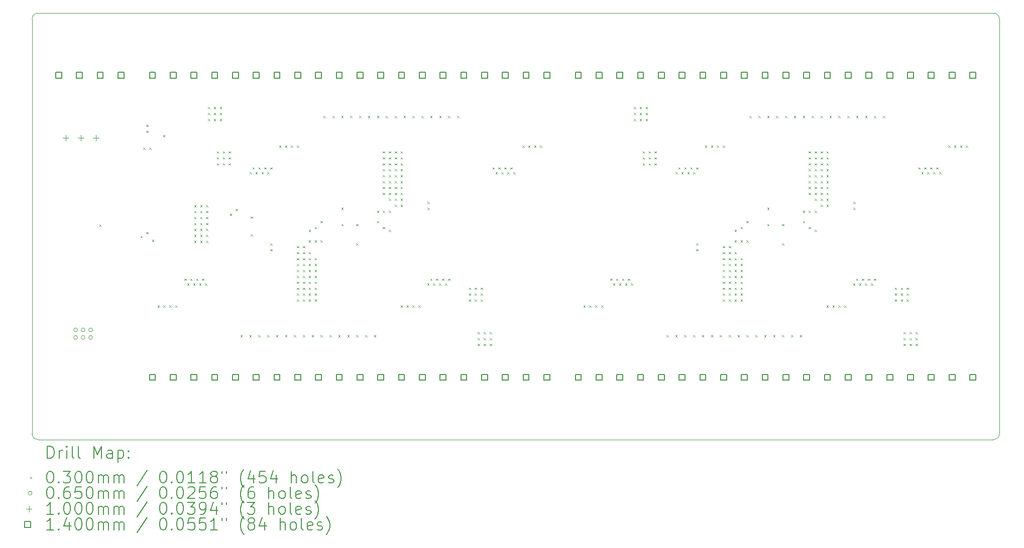
<source format=gbr>
%TF.GenerationSoftware,KiCad,Pcbnew,9.0.6*%
%TF.CreationDate,2025-12-17T10:29:11+01:00*%
%TF.ProjectId,OM-64DO,4f4d2d36-3444-44f2-9e6b-696361645f70,1A*%
%TF.SameCoordinates,Original*%
%TF.FileFunction,Drillmap*%
%TF.FilePolarity,Positive*%
%FSLAX45Y45*%
G04 Gerber Fmt 4.5, Leading zero omitted, Abs format (unit mm)*
G04 Created by KiCad (PCBNEW 9.0.6) date 2025-12-17 10:29:11*
%MOMM*%
%LPD*%
G01*
G04 APERTURE LIST*
%ADD10C,0.050000*%
%ADD11C,0.200000*%
%ADD12C,0.100000*%
%ADD13C,0.140000*%
G04 APERTURE END LIST*
D10*
X7550000Y-7050000D02*
G75*
G02*
X7650000Y-6950000I100000J0D01*
G01*
X23760000Y-6950000D02*
G75*
G02*
X23860000Y-7050000I0J-100000D01*
G01*
X7650000Y-14150000D02*
G75*
G02*
X7550000Y-14050000I0J100000D01*
G01*
X23860000Y-14050000D02*
G75*
G02*
X23760000Y-14150000I-100000J0D01*
G01*
X7550000Y-14050000D02*
X7550000Y-7050000D01*
X7650000Y-6950000D02*
X23760000Y-6950000D01*
X23860000Y-7050000D02*
X23860000Y-14050000D01*
X23760000Y-14150000D02*
X7650000Y-14150000D01*
D11*
D12*
X8685000Y-10517500D02*
X8715000Y-10547500D01*
X8715000Y-10517500D02*
X8685000Y-10547500D01*
X9379375Y-10712500D02*
X9409375Y-10742500D01*
X9409375Y-10712500D02*
X9379375Y-10742500D01*
X9424375Y-9220000D02*
X9454375Y-9250000D01*
X9454375Y-9220000D02*
X9424375Y-9250000D01*
X9476875Y-8835000D02*
X9506875Y-8865000D01*
X9506875Y-8835000D02*
X9476875Y-8865000D01*
X9476875Y-8935000D02*
X9506875Y-8965000D01*
X9506875Y-8935000D02*
X9476875Y-8965000D01*
X9476875Y-10647500D02*
X9506875Y-10677500D01*
X9506875Y-10647500D02*
X9476875Y-10677500D01*
X9524375Y-9220000D02*
X9554375Y-9250000D01*
X9554375Y-9220000D02*
X9524375Y-9250000D01*
X9574375Y-10777500D02*
X9604375Y-10807500D01*
X9604375Y-10777500D02*
X9574375Y-10807500D01*
X9665000Y-11885000D02*
X9695000Y-11915000D01*
X9695000Y-11885000D02*
X9665000Y-11915000D01*
X9760000Y-9010000D02*
X9790000Y-9040000D01*
X9790000Y-9010000D02*
X9760000Y-9040000D01*
X9765000Y-11885000D02*
X9795000Y-11915000D01*
X9795000Y-11885000D02*
X9765000Y-11915000D01*
X9865000Y-11885000D02*
X9895000Y-11915000D01*
X9895000Y-11885000D02*
X9865000Y-11915000D01*
X9965000Y-11885000D02*
X9995000Y-11915000D01*
X9995000Y-11885000D02*
X9965000Y-11915000D01*
X10117241Y-11435302D02*
X10147241Y-11465302D01*
X10147241Y-11435302D02*
X10117241Y-11465302D01*
X10167241Y-11515302D02*
X10197241Y-11545302D01*
X10197241Y-11515302D02*
X10167241Y-11545302D01*
X10217241Y-11435302D02*
X10247241Y-11465302D01*
X10247241Y-11435302D02*
X10217241Y-11465302D01*
X10267241Y-11515302D02*
X10297241Y-11545302D01*
X10297241Y-11515302D02*
X10267241Y-11545302D01*
X10285000Y-10192500D02*
X10315000Y-10222500D01*
X10315000Y-10192500D02*
X10285000Y-10222500D01*
X10285000Y-10292500D02*
X10315000Y-10322500D01*
X10315000Y-10292500D02*
X10285000Y-10322500D01*
X10285000Y-10392500D02*
X10315000Y-10422500D01*
X10315000Y-10392500D02*
X10285000Y-10422500D01*
X10285000Y-10492500D02*
X10315000Y-10522500D01*
X10315000Y-10492500D02*
X10285000Y-10522500D01*
X10285000Y-10592500D02*
X10315000Y-10622500D01*
X10315000Y-10592500D02*
X10285000Y-10622500D01*
X10285000Y-10692500D02*
X10315000Y-10722500D01*
X10315000Y-10692500D02*
X10285000Y-10722500D01*
X10285000Y-10792500D02*
X10315000Y-10822500D01*
X10315000Y-10792500D02*
X10285000Y-10822500D01*
X10317241Y-11435302D02*
X10347241Y-11465302D01*
X10347241Y-11435302D02*
X10317241Y-11465302D01*
X10367241Y-11515302D02*
X10397241Y-11545302D01*
X10397241Y-11515302D02*
X10367241Y-11545302D01*
X10385000Y-10192500D02*
X10415000Y-10222500D01*
X10415000Y-10192500D02*
X10385000Y-10222500D01*
X10385000Y-10292500D02*
X10415000Y-10322500D01*
X10415000Y-10292500D02*
X10385000Y-10322500D01*
X10385000Y-10392500D02*
X10415000Y-10422500D01*
X10415000Y-10392500D02*
X10385000Y-10422500D01*
X10385000Y-10492500D02*
X10415000Y-10522500D01*
X10415000Y-10492500D02*
X10385000Y-10522500D01*
X10385000Y-10592500D02*
X10415000Y-10622500D01*
X10415000Y-10592500D02*
X10385000Y-10622500D01*
X10385000Y-10692500D02*
X10415000Y-10722500D01*
X10415000Y-10692500D02*
X10385000Y-10722500D01*
X10385000Y-10792500D02*
X10415000Y-10822500D01*
X10415000Y-10792500D02*
X10385000Y-10822500D01*
X10417241Y-11435302D02*
X10447241Y-11465302D01*
X10447241Y-11435302D02*
X10417241Y-11465302D01*
X10467241Y-11515302D02*
X10497241Y-11545302D01*
X10497241Y-11515302D02*
X10467241Y-11545302D01*
X10485000Y-10192500D02*
X10515000Y-10222500D01*
X10515000Y-10192500D02*
X10485000Y-10222500D01*
X10485000Y-10292500D02*
X10515000Y-10322500D01*
X10515000Y-10292500D02*
X10485000Y-10322500D01*
X10485000Y-10392500D02*
X10515000Y-10422500D01*
X10515000Y-10392500D02*
X10485000Y-10422500D01*
X10485000Y-10492500D02*
X10515000Y-10522500D01*
X10515000Y-10492500D02*
X10485000Y-10522500D01*
X10485000Y-10592500D02*
X10515000Y-10622500D01*
X10515000Y-10592500D02*
X10485000Y-10622500D01*
X10485000Y-10692500D02*
X10515000Y-10722500D01*
X10515000Y-10692500D02*
X10485000Y-10722500D01*
X10485000Y-10792500D02*
X10515000Y-10822500D01*
X10515000Y-10792500D02*
X10485000Y-10822500D01*
X10515000Y-8535000D02*
X10545000Y-8565000D01*
X10545000Y-8535000D02*
X10515000Y-8565000D01*
X10515000Y-8635000D02*
X10545000Y-8665000D01*
X10545000Y-8635000D02*
X10515000Y-8665000D01*
X10515000Y-8735000D02*
X10545000Y-8765000D01*
X10545000Y-8735000D02*
X10515000Y-8765000D01*
X10615000Y-8535000D02*
X10645000Y-8565000D01*
X10645000Y-8535000D02*
X10615000Y-8565000D01*
X10615000Y-8635000D02*
X10645000Y-8665000D01*
X10645000Y-8635000D02*
X10615000Y-8665000D01*
X10615000Y-8735000D02*
X10645000Y-8765000D01*
X10645000Y-8735000D02*
X10615000Y-8765000D01*
X10665000Y-9285000D02*
X10695000Y-9315000D01*
X10695000Y-9285000D02*
X10665000Y-9315000D01*
X10665000Y-9385000D02*
X10695000Y-9415000D01*
X10695000Y-9385000D02*
X10665000Y-9415000D01*
X10665000Y-9485000D02*
X10695000Y-9515000D01*
X10695000Y-9485000D02*
X10665000Y-9515000D01*
X10715000Y-8535000D02*
X10745000Y-8565000D01*
X10745000Y-8535000D02*
X10715000Y-8565000D01*
X10715000Y-8635000D02*
X10745000Y-8665000D01*
X10745000Y-8635000D02*
X10715000Y-8665000D01*
X10715000Y-8735000D02*
X10745000Y-8765000D01*
X10745000Y-8735000D02*
X10715000Y-8765000D01*
X10765000Y-9285000D02*
X10795000Y-9315000D01*
X10795000Y-9285000D02*
X10765000Y-9315000D01*
X10765000Y-9385000D02*
X10795000Y-9415000D01*
X10795000Y-9385000D02*
X10765000Y-9415000D01*
X10765000Y-9485000D02*
X10795000Y-9515000D01*
X10795000Y-9485000D02*
X10765000Y-9515000D01*
X10865000Y-9285000D02*
X10895000Y-9315000D01*
X10895000Y-9285000D02*
X10865000Y-9315000D01*
X10865000Y-9385000D02*
X10895000Y-9415000D01*
X10895000Y-9385000D02*
X10865000Y-9415000D01*
X10865000Y-9485000D02*
X10895000Y-9515000D01*
X10895000Y-9485000D02*
X10865000Y-9515000D01*
X10885000Y-10335000D02*
X10915000Y-10365000D01*
X10915000Y-10335000D02*
X10885000Y-10365000D01*
X10985000Y-10258624D02*
X11015000Y-10288624D01*
X11015000Y-10258624D02*
X10985000Y-10288624D01*
X11065000Y-12385000D02*
X11095000Y-12415000D01*
X11095000Y-12385000D02*
X11065000Y-12415000D01*
X11215000Y-12385000D02*
X11245000Y-12415000D01*
X11245000Y-12385000D02*
X11215000Y-12415000D01*
X11217500Y-9635000D02*
X11247500Y-9665000D01*
X11247500Y-9635000D02*
X11217500Y-9665000D01*
X11235000Y-10385000D02*
X11265000Y-10415000D01*
X11265000Y-10385000D02*
X11235000Y-10415000D01*
X11235000Y-10685000D02*
X11265000Y-10715000D01*
X11265000Y-10685000D02*
X11235000Y-10715000D01*
X11267500Y-9555000D02*
X11297500Y-9585000D01*
X11297500Y-9555000D02*
X11267500Y-9585000D01*
X11317500Y-9635000D02*
X11347500Y-9665000D01*
X11347500Y-9635000D02*
X11317500Y-9665000D01*
X11365000Y-12385000D02*
X11395000Y-12415000D01*
X11395000Y-12385000D02*
X11365000Y-12415000D01*
X11367500Y-9555000D02*
X11397500Y-9585000D01*
X11397500Y-9555000D02*
X11367500Y-9585000D01*
X11417500Y-9635000D02*
X11447500Y-9665000D01*
X11447500Y-9635000D02*
X11417500Y-9665000D01*
X11467500Y-9555000D02*
X11497500Y-9585000D01*
X11497500Y-9555000D02*
X11467500Y-9585000D01*
X11515000Y-12385000D02*
X11545000Y-12415000D01*
X11545000Y-12385000D02*
X11515000Y-12415000D01*
X11517500Y-9635000D02*
X11547500Y-9665000D01*
X11547500Y-9635000D02*
X11517500Y-9665000D01*
X11565000Y-10835000D02*
X11595000Y-10865000D01*
X11595000Y-10835000D02*
X11565000Y-10865000D01*
X11565000Y-10935000D02*
X11595000Y-10965000D01*
X11595000Y-10935000D02*
X11565000Y-10965000D01*
X11567500Y-9555000D02*
X11597500Y-9585000D01*
X11597500Y-9555000D02*
X11567500Y-9585000D01*
X11665000Y-12385000D02*
X11695000Y-12415000D01*
X11695000Y-12385000D02*
X11665000Y-12415000D01*
X11715000Y-9185000D02*
X11745000Y-9215000D01*
X11745000Y-9185000D02*
X11715000Y-9215000D01*
X11815000Y-9185000D02*
X11845000Y-9215000D01*
X11845000Y-9185000D02*
X11815000Y-9215000D01*
X11815000Y-12385000D02*
X11845000Y-12415000D01*
X11845000Y-12385000D02*
X11815000Y-12415000D01*
X11915000Y-9185000D02*
X11945000Y-9215000D01*
X11945000Y-9185000D02*
X11915000Y-9215000D01*
X11965000Y-12385000D02*
X11995000Y-12415000D01*
X11995000Y-12385000D02*
X11965000Y-12415000D01*
X12015000Y-9185000D02*
X12045000Y-9215000D01*
X12045000Y-9185000D02*
X12015000Y-9215000D01*
X12015000Y-10885000D02*
X12045000Y-10915000D01*
X12045000Y-10885000D02*
X12015000Y-10915000D01*
X12015000Y-10985000D02*
X12045000Y-11015000D01*
X12045000Y-10985000D02*
X12015000Y-11015000D01*
X12015000Y-11085000D02*
X12045000Y-11115000D01*
X12045000Y-11085000D02*
X12015000Y-11115000D01*
X12015000Y-11185000D02*
X12045000Y-11215000D01*
X12045000Y-11185000D02*
X12015000Y-11215000D01*
X12015000Y-11285000D02*
X12045000Y-11315000D01*
X12045000Y-11285000D02*
X12015000Y-11315000D01*
X12015000Y-11385000D02*
X12045000Y-11415000D01*
X12045000Y-11385000D02*
X12015000Y-11415000D01*
X12015000Y-11485000D02*
X12045000Y-11515000D01*
X12045000Y-11485000D02*
X12015000Y-11515000D01*
X12015000Y-11585000D02*
X12045000Y-11615000D01*
X12045000Y-11585000D02*
X12015000Y-11615000D01*
X12015000Y-11685000D02*
X12045000Y-11715000D01*
X12045000Y-11685000D02*
X12015000Y-11715000D01*
X12015000Y-11785000D02*
X12045000Y-11815000D01*
X12045000Y-11785000D02*
X12015000Y-11815000D01*
X12115000Y-10885000D02*
X12145000Y-10915000D01*
X12145000Y-10885000D02*
X12115000Y-10915000D01*
X12115000Y-10985000D02*
X12145000Y-11015000D01*
X12145000Y-10985000D02*
X12115000Y-11015000D01*
X12115000Y-11085000D02*
X12145000Y-11115000D01*
X12145000Y-11085000D02*
X12115000Y-11115000D01*
X12115000Y-11185000D02*
X12145000Y-11215000D01*
X12145000Y-11185000D02*
X12115000Y-11215000D01*
X12115000Y-11285000D02*
X12145000Y-11315000D01*
X12145000Y-11285000D02*
X12115000Y-11315000D01*
X12115000Y-11385000D02*
X12145000Y-11415000D01*
X12145000Y-11385000D02*
X12115000Y-11415000D01*
X12115000Y-11485000D02*
X12145000Y-11515000D01*
X12145000Y-11485000D02*
X12115000Y-11515000D01*
X12115000Y-11585000D02*
X12145000Y-11615000D01*
X12145000Y-11585000D02*
X12115000Y-11615000D01*
X12115000Y-11685000D02*
X12145000Y-11715000D01*
X12145000Y-11685000D02*
X12115000Y-11715000D01*
X12115000Y-11785000D02*
X12145000Y-11815000D01*
X12145000Y-11785000D02*
X12115000Y-11815000D01*
X12115000Y-12385000D02*
X12145000Y-12415000D01*
X12145000Y-12385000D02*
X12115000Y-12415000D01*
X12215000Y-10610000D02*
X12245000Y-10640000D01*
X12245000Y-10610000D02*
X12215000Y-10640000D01*
X12215000Y-10785000D02*
X12245000Y-10815000D01*
X12245000Y-10785000D02*
X12215000Y-10815000D01*
X12215000Y-10985000D02*
X12245000Y-11015000D01*
X12245000Y-10985000D02*
X12215000Y-11015000D01*
X12215000Y-11085000D02*
X12245000Y-11115000D01*
X12245000Y-11085000D02*
X12215000Y-11115000D01*
X12215000Y-11185000D02*
X12245000Y-11215000D01*
X12245000Y-11185000D02*
X12215000Y-11215000D01*
X12215000Y-11285000D02*
X12245000Y-11315000D01*
X12245000Y-11285000D02*
X12215000Y-11315000D01*
X12215000Y-11385000D02*
X12245000Y-11415000D01*
X12245000Y-11385000D02*
X12215000Y-11415000D01*
X12215000Y-11485000D02*
X12245000Y-11515000D01*
X12245000Y-11485000D02*
X12215000Y-11515000D01*
X12215000Y-11585000D02*
X12245000Y-11615000D01*
X12245000Y-11585000D02*
X12215000Y-11615000D01*
X12215000Y-11685000D02*
X12245000Y-11715000D01*
X12245000Y-11685000D02*
X12215000Y-11715000D01*
X12215000Y-11785000D02*
X12245000Y-11815000D01*
X12245000Y-11785000D02*
X12215000Y-11815000D01*
X12265000Y-12385000D02*
X12295000Y-12415000D01*
X12295000Y-12385000D02*
X12265000Y-12415000D01*
X12315000Y-10560000D02*
X12345000Y-10590000D01*
X12345000Y-10560000D02*
X12315000Y-10590000D01*
X12315000Y-10785000D02*
X12345000Y-10815000D01*
X12345000Y-10785000D02*
X12315000Y-10815000D01*
X12315000Y-11085000D02*
X12345000Y-11115000D01*
X12345000Y-11085000D02*
X12315000Y-11115000D01*
X12315000Y-11185000D02*
X12345000Y-11215000D01*
X12345000Y-11185000D02*
X12315000Y-11215000D01*
X12315000Y-11285000D02*
X12345000Y-11315000D01*
X12345000Y-11285000D02*
X12315000Y-11315000D01*
X12315000Y-11385000D02*
X12345000Y-11415000D01*
X12345000Y-11385000D02*
X12315000Y-11415000D01*
X12315000Y-11485000D02*
X12345000Y-11515000D01*
X12345000Y-11485000D02*
X12315000Y-11515000D01*
X12315000Y-11585000D02*
X12345000Y-11615000D01*
X12345000Y-11585000D02*
X12315000Y-11615000D01*
X12315000Y-11685000D02*
X12345000Y-11715000D01*
X12345000Y-11685000D02*
X12315000Y-11715000D01*
X12315000Y-11785000D02*
X12345000Y-11815000D01*
X12345000Y-11785000D02*
X12315000Y-11815000D01*
X12415000Y-10460000D02*
X12445000Y-10490000D01*
X12445000Y-10460000D02*
X12415000Y-10490000D01*
X12415000Y-10785000D02*
X12445000Y-10815000D01*
X12445000Y-10785000D02*
X12415000Y-10815000D01*
X12415000Y-12385000D02*
X12445000Y-12415000D01*
X12445000Y-12385000D02*
X12415000Y-12415000D01*
X12465000Y-8685000D02*
X12495000Y-8715000D01*
X12495000Y-8685000D02*
X12465000Y-8715000D01*
X12565000Y-12385000D02*
X12595000Y-12415000D01*
X12595000Y-12385000D02*
X12565000Y-12415000D01*
X12615000Y-8685000D02*
X12645000Y-8715000D01*
X12645000Y-8685000D02*
X12615000Y-8715000D01*
X12715000Y-12385000D02*
X12745000Y-12415000D01*
X12745000Y-12385000D02*
X12715000Y-12415000D01*
X12765000Y-8685000D02*
X12795000Y-8715000D01*
X12795000Y-8685000D02*
X12765000Y-8715000D01*
X12765000Y-10235000D02*
X12795000Y-10265000D01*
X12795000Y-10235000D02*
X12765000Y-10265000D01*
X12765000Y-10510000D02*
X12795000Y-10540000D01*
X12795000Y-10510000D02*
X12765000Y-10540000D01*
X12865000Y-12385000D02*
X12895000Y-12415000D01*
X12895000Y-12385000D02*
X12865000Y-12415000D01*
X12915000Y-8685000D02*
X12945000Y-8715000D01*
X12945000Y-8685000D02*
X12915000Y-8715000D01*
X13015000Y-10510000D02*
X13045000Y-10540000D01*
X13045000Y-10510000D02*
X13015000Y-10540000D01*
X13015000Y-10835000D02*
X13045000Y-10865000D01*
X13045000Y-10835000D02*
X13015000Y-10865000D01*
X13015000Y-12385000D02*
X13045000Y-12415000D01*
X13045000Y-12385000D02*
X13015000Y-12415000D01*
X13065000Y-8685000D02*
X13095000Y-8715000D01*
X13095000Y-8685000D02*
X13065000Y-8715000D01*
X13165000Y-12385000D02*
X13195000Y-12415000D01*
X13195000Y-12385000D02*
X13165000Y-12415000D01*
X13215000Y-8685000D02*
X13245000Y-8715000D01*
X13245000Y-8685000D02*
X13215000Y-8715000D01*
X13315000Y-12385000D02*
X13345000Y-12415000D01*
X13345000Y-12385000D02*
X13315000Y-12415000D01*
X13365000Y-8685000D02*
X13395000Y-8715000D01*
X13395000Y-8685000D02*
X13365000Y-8715000D01*
X13365000Y-10285000D02*
X13395000Y-10315000D01*
X13395000Y-10285000D02*
X13365000Y-10315000D01*
X13365000Y-10460000D02*
X13395000Y-10490000D01*
X13395000Y-10460000D02*
X13365000Y-10490000D01*
X13465000Y-9285000D02*
X13495000Y-9315000D01*
X13495000Y-9285000D02*
X13465000Y-9315000D01*
X13465000Y-9385000D02*
X13495000Y-9415000D01*
X13495000Y-9385000D02*
X13465000Y-9415000D01*
X13465000Y-9485000D02*
X13495000Y-9515000D01*
X13495000Y-9485000D02*
X13465000Y-9515000D01*
X13465000Y-9585000D02*
X13495000Y-9615000D01*
X13495000Y-9585000D02*
X13465000Y-9615000D01*
X13465000Y-9685000D02*
X13495000Y-9715000D01*
X13495000Y-9685000D02*
X13465000Y-9715000D01*
X13465000Y-9785000D02*
X13495000Y-9815000D01*
X13495000Y-9785000D02*
X13465000Y-9815000D01*
X13465000Y-9885000D02*
X13495000Y-9915000D01*
X13495000Y-9885000D02*
X13465000Y-9915000D01*
X13465000Y-9985000D02*
X13495000Y-10015000D01*
X13495000Y-9985000D02*
X13465000Y-10015000D01*
X13465000Y-10285000D02*
X13495000Y-10315000D01*
X13495000Y-10285000D02*
X13465000Y-10315000D01*
X13465000Y-10560000D02*
X13495000Y-10590000D01*
X13495000Y-10560000D02*
X13465000Y-10590000D01*
X13515000Y-8685000D02*
X13545000Y-8715000D01*
X13545000Y-8685000D02*
X13515000Y-8715000D01*
X13565000Y-9285000D02*
X13595000Y-9315000D01*
X13595000Y-9285000D02*
X13565000Y-9315000D01*
X13565000Y-9385000D02*
X13595000Y-9415000D01*
X13595000Y-9385000D02*
X13565000Y-9415000D01*
X13565000Y-9485000D02*
X13595000Y-9515000D01*
X13595000Y-9485000D02*
X13565000Y-9515000D01*
X13565000Y-9585000D02*
X13595000Y-9615000D01*
X13595000Y-9585000D02*
X13565000Y-9615000D01*
X13565000Y-9685000D02*
X13595000Y-9715000D01*
X13595000Y-9685000D02*
X13565000Y-9715000D01*
X13565000Y-9785000D02*
X13595000Y-9815000D01*
X13595000Y-9785000D02*
X13565000Y-9815000D01*
X13565000Y-9885000D02*
X13595000Y-9915000D01*
X13595000Y-9885000D02*
X13565000Y-9915000D01*
X13565000Y-9985000D02*
X13595000Y-10015000D01*
X13595000Y-9985000D02*
X13565000Y-10015000D01*
X13565000Y-10085000D02*
X13595000Y-10115000D01*
X13595000Y-10085000D02*
X13565000Y-10115000D01*
X13565000Y-10285000D02*
X13595000Y-10315000D01*
X13595000Y-10285000D02*
X13565000Y-10315000D01*
X13565000Y-10610000D02*
X13595000Y-10640000D01*
X13595000Y-10610000D02*
X13565000Y-10640000D01*
X13665000Y-8685000D02*
X13695000Y-8715000D01*
X13695000Y-8685000D02*
X13665000Y-8715000D01*
X13665000Y-9285000D02*
X13695000Y-9315000D01*
X13695000Y-9285000D02*
X13665000Y-9315000D01*
X13665000Y-9385000D02*
X13695000Y-9415000D01*
X13695000Y-9385000D02*
X13665000Y-9415000D01*
X13665000Y-9485000D02*
X13695000Y-9515000D01*
X13695000Y-9485000D02*
X13665000Y-9515000D01*
X13665000Y-9585000D02*
X13695000Y-9615000D01*
X13695000Y-9585000D02*
X13665000Y-9615000D01*
X13665000Y-9685000D02*
X13695000Y-9715000D01*
X13695000Y-9685000D02*
X13665000Y-9715000D01*
X13665000Y-9785000D02*
X13695000Y-9815000D01*
X13695000Y-9785000D02*
X13665000Y-9815000D01*
X13665000Y-9885000D02*
X13695000Y-9915000D01*
X13695000Y-9885000D02*
X13665000Y-9915000D01*
X13665000Y-9985000D02*
X13695000Y-10015000D01*
X13695000Y-9985000D02*
X13665000Y-10015000D01*
X13665000Y-10085000D02*
X13695000Y-10115000D01*
X13695000Y-10085000D02*
X13665000Y-10115000D01*
X13665000Y-10185000D02*
X13695000Y-10215000D01*
X13695000Y-10185000D02*
X13665000Y-10215000D01*
X13765000Y-9285000D02*
X13795000Y-9315000D01*
X13795000Y-9285000D02*
X13765000Y-9315000D01*
X13765000Y-9385000D02*
X13795000Y-9415000D01*
X13795000Y-9385000D02*
X13765000Y-9415000D01*
X13765000Y-9485000D02*
X13795000Y-9515000D01*
X13795000Y-9485000D02*
X13765000Y-9515000D01*
X13765000Y-9585000D02*
X13795000Y-9615000D01*
X13795000Y-9585000D02*
X13765000Y-9615000D01*
X13765000Y-9685000D02*
X13795000Y-9715000D01*
X13795000Y-9685000D02*
X13765000Y-9715000D01*
X13765000Y-9785000D02*
X13795000Y-9815000D01*
X13795000Y-9785000D02*
X13765000Y-9815000D01*
X13765000Y-9885000D02*
X13795000Y-9915000D01*
X13795000Y-9885000D02*
X13765000Y-9915000D01*
X13765000Y-9985000D02*
X13795000Y-10015000D01*
X13795000Y-9985000D02*
X13765000Y-10015000D01*
X13765000Y-10085000D02*
X13795000Y-10115000D01*
X13795000Y-10085000D02*
X13765000Y-10115000D01*
X13765000Y-10185000D02*
X13795000Y-10215000D01*
X13795000Y-10185000D02*
X13765000Y-10215000D01*
X13765000Y-11885000D02*
X13795000Y-11915000D01*
X13795000Y-11885000D02*
X13765000Y-11915000D01*
X13815000Y-8685000D02*
X13845000Y-8715000D01*
X13845000Y-8685000D02*
X13815000Y-8715000D01*
X13865000Y-11885000D02*
X13895000Y-11915000D01*
X13895000Y-11885000D02*
X13865000Y-11915000D01*
X13965000Y-8685000D02*
X13995000Y-8715000D01*
X13995000Y-8685000D02*
X13965000Y-8715000D01*
X13965000Y-11885000D02*
X13995000Y-11915000D01*
X13995000Y-11885000D02*
X13965000Y-11915000D01*
X14065000Y-11885000D02*
X14095000Y-11915000D01*
X14095000Y-11885000D02*
X14065000Y-11915000D01*
X14115000Y-8685000D02*
X14145000Y-8715000D01*
X14145000Y-8685000D02*
X14115000Y-8715000D01*
X14212241Y-11515302D02*
X14242241Y-11545302D01*
X14242241Y-11515302D02*
X14212241Y-11545302D01*
X14215000Y-10135000D02*
X14245000Y-10165000D01*
X14245000Y-10135000D02*
X14215000Y-10165000D01*
X14215000Y-10235000D02*
X14245000Y-10265000D01*
X14245000Y-10235000D02*
X14215000Y-10265000D01*
X14262241Y-11435302D02*
X14292241Y-11465302D01*
X14292241Y-11435302D02*
X14262241Y-11465302D01*
X14265000Y-8685000D02*
X14295000Y-8715000D01*
X14295000Y-8685000D02*
X14265000Y-8715000D01*
X14312241Y-11515302D02*
X14342241Y-11545302D01*
X14342241Y-11515302D02*
X14312241Y-11545302D01*
X14362241Y-11435302D02*
X14392241Y-11465302D01*
X14392241Y-11435302D02*
X14362241Y-11465302D01*
X14412241Y-11515302D02*
X14442241Y-11545302D01*
X14442241Y-11515302D02*
X14412241Y-11545302D01*
X14415000Y-8685000D02*
X14445000Y-8715000D01*
X14445000Y-8685000D02*
X14415000Y-8715000D01*
X14462241Y-11435302D02*
X14492241Y-11465302D01*
X14492241Y-11435302D02*
X14462241Y-11465302D01*
X14512241Y-11515302D02*
X14542241Y-11545302D01*
X14542241Y-11515302D02*
X14512241Y-11545302D01*
X14562241Y-11435302D02*
X14592241Y-11465302D01*
X14592241Y-11435302D02*
X14562241Y-11465302D01*
X14565000Y-8685000D02*
X14595000Y-8715000D01*
X14595000Y-8685000D02*
X14565000Y-8715000D01*
X14715000Y-8685000D02*
X14745000Y-8715000D01*
X14745000Y-8685000D02*
X14715000Y-8715000D01*
X14915000Y-11585000D02*
X14945000Y-11615000D01*
X14945000Y-11585000D02*
X14915000Y-11615000D01*
X14915000Y-11685000D02*
X14945000Y-11715000D01*
X14945000Y-11685000D02*
X14915000Y-11715000D01*
X14915000Y-11785000D02*
X14945000Y-11815000D01*
X14945000Y-11785000D02*
X14915000Y-11815000D01*
X15015000Y-11585000D02*
X15045000Y-11615000D01*
X15045000Y-11585000D02*
X15015000Y-11615000D01*
X15015000Y-11685000D02*
X15045000Y-11715000D01*
X15045000Y-11685000D02*
X15015000Y-11715000D01*
X15015000Y-11785000D02*
X15045000Y-11815000D01*
X15045000Y-11785000D02*
X15015000Y-11815000D01*
X15065000Y-12335000D02*
X15095000Y-12365000D01*
X15095000Y-12335000D02*
X15065000Y-12365000D01*
X15065000Y-12435000D02*
X15095000Y-12465000D01*
X15095000Y-12435000D02*
X15065000Y-12465000D01*
X15065000Y-12535000D02*
X15095000Y-12565000D01*
X15095000Y-12535000D02*
X15065000Y-12565000D01*
X15115000Y-11585000D02*
X15145000Y-11615000D01*
X15145000Y-11585000D02*
X15115000Y-11615000D01*
X15115000Y-11685000D02*
X15145000Y-11715000D01*
X15145000Y-11685000D02*
X15115000Y-11715000D01*
X15115000Y-11785000D02*
X15145000Y-11815000D01*
X15145000Y-11785000D02*
X15115000Y-11815000D01*
X15165000Y-12335000D02*
X15195000Y-12365000D01*
X15195000Y-12335000D02*
X15165000Y-12365000D01*
X15165000Y-12435000D02*
X15195000Y-12465000D01*
X15195000Y-12435000D02*
X15165000Y-12465000D01*
X15165000Y-12535000D02*
X15195000Y-12565000D01*
X15195000Y-12535000D02*
X15165000Y-12565000D01*
X15265000Y-12335000D02*
X15295000Y-12365000D01*
X15295000Y-12335000D02*
X15265000Y-12365000D01*
X15265000Y-12435000D02*
X15295000Y-12465000D01*
X15295000Y-12435000D02*
X15265000Y-12465000D01*
X15265000Y-12535000D02*
X15295000Y-12565000D01*
X15295000Y-12535000D02*
X15265000Y-12565000D01*
X15312500Y-9555000D02*
X15342500Y-9585000D01*
X15342500Y-9555000D02*
X15312500Y-9585000D01*
X15362500Y-9635000D02*
X15392500Y-9665000D01*
X15392500Y-9635000D02*
X15362500Y-9665000D01*
X15412500Y-9555000D02*
X15442500Y-9585000D01*
X15442500Y-9555000D02*
X15412500Y-9585000D01*
X15462500Y-9635000D02*
X15492500Y-9665000D01*
X15492500Y-9635000D02*
X15462500Y-9665000D01*
X15512500Y-9555000D02*
X15542500Y-9585000D01*
X15542500Y-9555000D02*
X15512500Y-9585000D01*
X15562500Y-9635000D02*
X15592500Y-9665000D01*
X15592500Y-9635000D02*
X15562500Y-9665000D01*
X15612500Y-9555000D02*
X15642500Y-9585000D01*
X15642500Y-9555000D02*
X15612500Y-9585000D01*
X15662500Y-9635000D02*
X15692500Y-9665000D01*
X15692500Y-9635000D02*
X15662500Y-9665000D01*
X15815000Y-9185000D02*
X15845000Y-9215000D01*
X15845000Y-9185000D02*
X15815000Y-9215000D01*
X15915000Y-9185000D02*
X15945000Y-9215000D01*
X15945000Y-9185000D02*
X15915000Y-9215000D01*
X16015000Y-9185000D02*
X16045000Y-9215000D01*
X16045000Y-9185000D02*
X16015000Y-9215000D01*
X16115000Y-9185000D02*
X16145000Y-9215000D01*
X16145000Y-9185000D02*
X16115000Y-9215000D01*
X16845000Y-11885000D02*
X16875000Y-11915000D01*
X16875000Y-11885000D02*
X16845000Y-11915000D01*
X16945000Y-11885000D02*
X16975000Y-11915000D01*
X16975000Y-11885000D02*
X16945000Y-11915000D01*
X17045000Y-11885000D02*
X17075000Y-11915000D01*
X17075000Y-11885000D02*
X17045000Y-11915000D01*
X17145000Y-11885000D02*
X17175000Y-11915000D01*
X17175000Y-11885000D02*
X17145000Y-11915000D01*
X17297241Y-11435302D02*
X17327241Y-11465302D01*
X17327241Y-11435302D02*
X17297241Y-11465302D01*
X17347241Y-11515302D02*
X17377241Y-11545302D01*
X17377241Y-11515302D02*
X17347241Y-11545302D01*
X17397241Y-11435302D02*
X17427241Y-11465302D01*
X17427241Y-11435302D02*
X17397241Y-11465302D01*
X17447241Y-11515302D02*
X17477241Y-11545302D01*
X17477241Y-11515302D02*
X17447241Y-11545302D01*
X17497241Y-11435302D02*
X17527241Y-11465302D01*
X17527241Y-11435302D02*
X17497241Y-11465302D01*
X17547241Y-11515302D02*
X17577241Y-11545302D01*
X17577241Y-11515302D02*
X17547241Y-11545302D01*
X17597241Y-11435302D02*
X17627241Y-11465302D01*
X17627241Y-11435302D02*
X17597241Y-11465302D01*
X17647241Y-11515302D02*
X17677241Y-11545302D01*
X17677241Y-11515302D02*
X17647241Y-11545302D01*
X17695000Y-8535000D02*
X17725000Y-8565000D01*
X17725000Y-8535000D02*
X17695000Y-8565000D01*
X17695000Y-8635000D02*
X17725000Y-8665000D01*
X17725000Y-8635000D02*
X17695000Y-8665000D01*
X17695000Y-8735000D02*
X17725000Y-8765000D01*
X17725000Y-8735000D02*
X17695000Y-8765000D01*
X17795000Y-8535000D02*
X17825000Y-8565000D01*
X17825000Y-8535000D02*
X17795000Y-8565000D01*
X17795000Y-8635000D02*
X17825000Y-8665000D01*
X17825000Y-8635000D02*
X17795000Y-8665000D01*
X17795000Y-8735000D02*
X17825000Y-8765000D01*
X17825000Y-8735000D02*
X17795000Y-8765000D01*
X17845000Y-9285000D02*
X17875000Y-9315000D01*
X17875000Y-9285000D02*
X17845000Y-9315000D01*
X17845000Y-9385000D02*
X17875000Y-9415000D01*
X17875000Y-9385000D02*
X17845000Y-9415000D01*
X17845000Y-9485000D02*
X17875000Y-9515000D01*
X17875000Y-9485000D02*
X17845000Y-9515000D01*
X17895000Y-8535000D02*
X17925000Y-8565000D01*
X17925000Y-8535000D02*
X17895000Y-8565000D01*
X17895000Y-8635000D02*
X17925000Y-8665000D01*
X17925000Y-8635000D02*
X17895000Y-8665000D01*
X17895000Y-8735000D02*
X17925000Y-8765000D01*
X17925000Y-8735000D02*
X17895000Y-8765000D01*
X17945000Y-9285000D02*
X17975000Y-9315000D01*
X17975000Y-9285000D02*
X17945000Y-9315000D01*
X17945000Y-9385000D02*
X17975000Y-9415000D01*
X17975000Y-9385000D02*
X17945000Y-9415000D01*
X17945000Y-9485000D02*
X17975000Y-9515000D01*
X17975000Y-9485000D02*
X17945000Y-9515000D01*
X18045000Y-9285000D02*
X18075000Y-9315000D01*
X18075000Y-9285000D02*
X18045000Y-9315000D01*
X18045000Y-9385000D02*
X18075000Y-9415000D01*
X18075000Y-9385000D02*
X18045000Y-9415000D01*
X18045000Y-9485000D02*
X18075000Y-9515000D01*
X18075000Y-9485000D02*
X18045000Y-9515000D01*
X18245000Y-12385000D02*
X18275000Y-12415000D01*
X18275000Y-12385000D02*
X18245000Y-12415000D01*
X18395000Y-12385000D02*
X18425000Y-12415000D01*
X18425000Y-12385000D02*
X18395000Y-12415000D01*
X18397500Y-9635000D02*
X18427500Y-9665000D01*
X18427500Y-9635000D02*
X18397500Y-9665000D01*
X18447500Y-9555000D02*
X18477500Y-9585000D01*
X18477500Y-9555000D02*
X18447500Y-9585000D01*
X18497500Y-9635000D02*
X18527500Y-9665000D01*
X18527500Y-9635000D02*
X18497500Y-9665000D01*
X18545000Y-12385000D02*
X18575000Y-12415000D01*
X18575000Y-12385000D02*
X18545000Y-12415000D01*
X18547500Y-9555000D02*
X18577500Y-9585000D01*
X18577500Y-9555000D02*
X18547500Y-9585000D01*
X18597500Y-9635000D02*
X18627500Y-9665000D01*
X18627500Y-9635000D02*
X18597500Y-9665000D01*
X18647500Y-9555000D02*
X18677500Y-9585000D01*
X18677500Y-9555000D02*
X18647500Y-9585000D01*
X18695000Y-12385000D02*
X18725000Y-12415000D01*
X18725000Y-12385000D02*
X18695000Y-12415000D01*
X18697500Y-9635000D02*
X18727500Y-9665000D01*
X18727500Y-9635000D02*
X18697500Y-9665000D01*
X18745000Y-10835000D02*
X18775000Y-10865000D01*
X18775000Y-10835000D02*
X18745000Y-10865000D01*
X18745000Y-10935000D02*
X18775000Y-10965000D01*
X18775000Y-10935000D02*
X18745000Y-10965000D01*
X18747500Y-9555000D02*
X18777500Y-9585000D01*
X18777500Y-9555000D02*
X18747500Y-9585000D01*
X18845000Y-12385000D02*
X18875000Y-12415000D01*
X18875000Y-12385000D02*
X18845000Y-12415000D01*
X18895000Y-9185000D02*
X18925000Y-9215000D01*
X18925000Y-9185000D02*
X18895000Y-9215000D01*
X18995000Y-9185000D02*
X19025000Y-9215000D01*
X19025000Y-9185000D02*
X18995000Y-9215000D01*
X18995000Y-12385000D02*
X19025000Y-12415000D01*
X19025000Y-12385000D02*
X18995000Y-12415000D01*
X19095000Y-9185000D02*
X19125000Y-9215000D01*
X19125000Y-9185000D02*
X19095000Y-9215000D01*
X19145000Y-12385000D02*
X19175000Y-12415000D01*
X19175000Y-12385000D02*
X19145000Y-12415000D01*
X19195000Y-9185000D02*
X19225000Y-9215000D01*
X19225000Y-9185000D02*
X19195000Y-9215000D01*
X19195000Y-10885000D02*
X19225000Y-10915000D01*
X19225000Y-10885000D02*
X19195000Y-10915000D01*
X19195000Y-10985000D02*
X19225000Y-11015000D01*
X19225000Y-10985000D02*
X19195000Y-11015000D01*
X19195000Y-11085000D02*
X19225000Y-11115000D01*
X19225000Y-11085000D02*
X19195000Y-11115000D01*
X19195000Y-11185000D02*
X19225000Y-11215000D01*
X19225000Y-11185000D02*
X19195000Y-11215000D01*
X19195000Y-11285000D02*
X19225000Y-11315000D01*
X19225000Y-11285000D02*
X19195000Y-11315000D01*
X19195000Y-11385000D02*
X19225000Y-11415000D01*
X19225000Y-11385000D02*
X19195000Y-11415000D01*
X19195000Y-11485000D02*
X19225000Y-11515000D01*
X19225000Y-11485000D02*
X19195000Y-11515000D01*
X19195000Y-11585000D02*
X19225000Y-11615000D01*
X19225000Y-11585000D02*
X19195000Y-11615000D01*
X19195000Y-11685000D02*
X19225000Y-11715000D01*
X19225000Y-11685000D02*
X19195000Y-11715000D01*
X19195000Y-11785000D02*
X19225000Y-11815000D01*
X19225000Y-11785000D02*
X19195000Y-11815000D01*
X19295000Y-10885000D02*
X19325000Y-10915000D01*
X19325000Y-10885000D02*
X19295000Y-10915000D01*
X19295000Y-10985000D02*
X19325000Y-11015000D01*
X19325000Y-10985000D02*
X19295000Y-11015000D01*
X19295000Y-11085000D02*
X19325000Y-11115000D01*
X19325000Y-11085000D02*
X19295000Y-11115000D01*
X19295000Y-11185000D02*
X19325000Y-11215000D01*
X19325000Y-11185000D02*
X19295000Y-11215000D01*
X19295000Y-11285000D02*
X19325000Y-11315000D01*
X19325000Y-11285000D02*
X19295000Y-11315000D01*
X19295000Y-11385000D02*
X19325000Y-11415000D01*
X19325000Y-11385000D02*
X19295000Y-11415000D01*
X19295000Y-11485000D02*
X19325000Y-11515000D01*
X19325000Y-11485000D02*
X19295000Y-11515000D01*
X19295000Y-11585000D02*
X19325000Y-11615000D01*
X19325000Y-11585000D02*
X19295000Y-11615000D01*
X19295000Y-11685000D02*
X19325000Y-11715000D01*
X19325000Y-11685000D02*
X19295000Y-11715000D01*
X19295000Y-11785000D02*
X19325000Y-11815000D01*
X19325000Y-11785000D02*
X19295000Y-11815000D01*
X19295000Y-12385000D02*
X19325000Y-12415000D01*
X19325000Y-12385000D02*
X19295000Y-12415000D01*
X19395000Y-10610000D02*
X19425000Y-10640000D01*
X19425000Y-10610000D02*
X19395000Y-10640000D01*
X19395000Y-10785000D02*
X19425000Y-10815000D01*
X19425000Y-10785000D02*
X19395000Y-10815000D01*
X19395000Y-10985000D02*
X19425000Y-11015000D01*
X19425000Y-10985000D02*
X19395000Y-11015000D01*
X19395000Y-11085000D02*
X19425000Y-11115000D01*
X19425000Y-11085000D02*
X19395000Y-11115000D01*
X19395000Y-11185000D02*
X19425000Y-11215000D01*
X19425000Y-11185000D02*
X19395000Y-11215000D01*
X19395000Y-11285000D02*
X19425000Y-11315000D01*
X19425000Y-11285000D02*
X19395000Y-11315000D01*
X19395000Y-11385000D02*
X19425000Y-11415000D01*
X19425000Y-11385000D02*
X19395000Y-11415000D01*
X19395000Y-11485000D02*
X19425000Y-11515000D01*
X19425000Y-11485000D02*
X19395000Y-11515000D01*
X19395000Y-11585000D02*
X19425000Y-11615000D01*
X19425000Y-11585000D02*
X19395000Y-11615000D01*
X19395000Y-11685000D02*
X19425000Y-11715000D01*
X19425000Y-11685000D02*
X19395000Y-11715000D01*
X19395000Y-11785000D02*
X19425000Y-11815000D01*
X19425000Y-11785000D02*
X19395000Y-11815000D01*
X19445000Y-12385000D02*
X19475000Y-12415000D01*
X19475000Y-12385000D02*
X19445000Y-12415000D01*
X19495000Y-10560000D02*
X19525000Y-10590000D01*
X19525000Y-10560000D02*
X19495000Y-10590000D01*
X19495000Y-10785000D02*
X19525000Y-10815000D01*
X19525000Y-10785000D02*
X19495000Y-10815000D01*
X19495000Y-11085000D02*
X19525000Y-11115000D01*
X19525000Y-11085000D02*
X19495000Y-11115000D01*
X19495000Y-11185000D02*
X19525000Y-11215000D01*
X19525000Y-11185000D02*
X19495000Y-11215000D01*
X19495000Y-11285000D02*
X19525000Y-11315000D01*
X19525000Y-11285000D02*
X19495000Y-11315000D01*
X19495000Y-11385000D02*
X19525000Y-11415000D01*
X19525000Y-11385000D02*
X19495000Y-11415000D01*
X19495000Y-11485000D02*
X19525000Y-11515000D01*
X19525000Y-11485000D02*
X19495000Y-11515000D01*
X19495000Y-11585000D02*
X19525000Y-11615000D01*
X19525000Y-11585000D02*
X19495000Y-11615000D01*
X19495000Y-11685000D02*
X19525000Y-11715000D01*
X19525000Y-11685000D02*
X19495000Y-11715000D01*
X19495000Y-11785000D02*
X19525000Y-11815000D01*
X19525000Y-11785000D02*
X19495000Y-11815000D01*
X19595000Y-10460000D02*
X19625000Y-10490000D01*
X19625000Y-10460000D02*
X19595000Y-10490000D01*
X19595000Y-10785000D02*
X19625000Y-10815000D01*
X19625000Y-10785000D02*
X19595000Y-10815000D01*
X19595000Y-12385000D02*
X19625000Y-12415000D01*
X19625000Y-12385000D02*
X19595000Y-12415000D01*
X19645000Y-8685000D02*
X19675000Y-8715000D01*
X19675000Y-8685000D02*
X19645000Y-8715000D01*
X19745000Y-12385000D02*
X19775000Y-12415000D01*
X19775000Y-12385000D02*
X19745000Y-12415000D01*
X19795000Y-8685000D02*
X19825000Y-8715000D01*
X19825000Y-8685000D02*
X19795000Y-8715000D01*
X19895000Y-12385000D02*
X19925000Y-12415000D01*
X19925000Y-12385000D02*
X19895000Y-12415000D01*
X19945000Y-8685000D02*
X19975000Y-8715000D01*
X19975000Y-8685000D02*
X19945000Y-8715000D01*
X19945000Y-10235000D02*
X19975000Y-10265000D01*
X19975000Y-10235000D02*
X19945000Y-10265000D01*
X19945000Y-10510000D02*
X19975000Y-10540000D01*
X19975000Y-10510000D02*
X19945000Y-10540000D01*
X20045000Y-12385000D02*
X20075000Y-12415000D01*
X20075000Y-12385000D02*
X20045000Y-12415000D01*
X20095000Y-8685000D02*
X20125000Y-8715000D01*
X20125000Y-8685000D02*
X20095000Y-8715000D01*
X20195000Y-10510000D02*
X20225000Y-10540000D01*
X20225000Y-10510000D02*
X20195000Y-10540000D01*
X20195000Y-10835000D02*
X20225000Y-10865000D01*
X20225000Y-10835000D02*
X20195000Y-10865000D01*
X20195000Y-12385000D02*
X20225000Y-12415000D01*
X20225000Y-12385000D02*
X20195000Y-12415000D01*
X20245000Y-8685000D02*
X20275000Y-8715000D01*
X20275000Y-8685000D02*
X20245000Y-8715000D01*
X20345000Y-12385000D02*
X20375000Y-12415000D01*
X20375000Y-12385000D02*
X20345000Y-12415000D01*
X20395000Y-8685000D02*
X20425000Y-8715000D01*
X20425000Y-8685000D02*
X20395000Y-8715000D01*
X20495000Y-12385000D02*
X20525000Y-12415000D01*
X20525000Y-12385000D02*
X20495000Y-12415000D01*
X20545000Y-8685000D02*
X20575000Y-8715000D01*
X20575000Y-8685000D02*
X20545000Y-8715000D01*
X20545000Y-10285000D02*
X20575000Y-10315000D01*
X20575000Y-10285000D02*
X20545000Y-10315000D01*
X20545000Y-10460000D02*
X20575000Y-10490000D01*
X20575000Y-10460000D02*
X20545000Y-10490000D01*
X20645000Y-9285000D02*
X20675000Y-9315000D01*
X20675000Y-9285000D02*
X20645000Y-9315000D01*
X20645000Y-9385000D02*
X20675000Y-9415000D01*
X20675000Y-9385000D02*
X20645000Y-9415000D01*
X20645000Y-9485000D02*
X20675000Y-9515000D01*
X20675000Y-9485000D02*
X20645000Y-9515000D01*
X20645000Y-9585000D02*
X20675000Y-9615000D01*
X20675000Y-9585000D02*
X20645000Y-9615000D01*
X20645000Y-9685000D02*
X20675000Y-9715000D01*
X20675000Y-9685000D02*
X20645000Y-9715000D01*
X20645000Y-9785000D02*
X20675000Y-9815000D01*
X20675000Y-9785000D02*
X20645000Y-9815000D01*
X20645000Y-9885000D02*
X20675000Y-9915000D01*
X20675000Y-9885000D02*
X20645000Y-9915000D01*
X20645000Y-9985000D02*
X20675000Y-10015000D01*
X20675000Y-9985000D02*
X20645000Y-10015000D01*
X20645000Y-10285000D02*
X20675000Y-10315000D01*
X20675000Y-10285000D02*
X20645000Y-10315000D01*
X20645000Y-10560000D02*
X20675000Y-10590000D01*
X20675000Y-10560000D02*
X20645000Y-10590000D01*
X20695000Y-8685000D02*
X20725000Y-8715000D01*
X20725000Y-8685000D02*
X20695000Y-8715000D01*
X20745000Y-9285000D02*
X20775000Y-9315000D01*
X20775000Y-9285000D02*
X20745000Y-9315000D01*
X20745000Y-9385000D02*
X20775000Y-9415000D01*
X20775000Y-9385000D02*
X20745000Y-9415000D01*
X20745000Y-9485000D02*
X20775000Y-9515000D01*
X20775000Y-9485000D02*
X20745000Y-9515000D01*
X20745000Y-9585000D02*
X20775000Y-9615000D01*
X20775000Y-9585000D02*
X20745000Y-9615000D01*
X20745000Y-9685000D02*
X20775000Y-9715000D01*
X20775000Y-9685000D02*
X20745000Y-9715000D01*
X20745000Y-9785000D02*
X20775000Y-9815000D01*
X20775000Y-9785000D02*
X20745000Y-9815000D01*
X20745000Y-9885000D02*
X20775000Y-9915000D01*
X20775000Y-9885000D02*
X20745000Y-9915000D01*
X20745000Y-9985000D02*
X20775000Y-10015000D01*
X20775000Y-9985000D02*
X20745000Y-10015000D01*
X20745000Y-10085000D02*
X20775000Y-10115000D01*
X20775000Y-10085000D02*
X20745000Y-10115000D01*
X20745000Y-10285000D02*
X20775000Y-10315000D01*
X20775000Y-10285000D02*
X20745000Y-10315000D01*
X20745000Y-10610000D02*
X20775000Y-10640000D01*
X20775000Y-10610000D02*
X20745000Y-10640000D01*
X20845000Y-8685000D02*
X20875000Y-8715000D01*
X20875000Y-8685000D02*
X20845000Y-8715000D01*
X20845000Y-9285000D02*
X20875000Y-9315000D01*
X20875000Y-9285000D02*
X20845000Y-9315000D01*
X20845000Y-9385000D02*
X20875000Y-9415000D01*
X20875000Y-9385000D02*
X20845000Y-9415000D01*
X20845000Y-9485000D02*
X20875000Y-9515000D01*
X20875000Y-9485000D02*
X20845000Y-9515000D01*
X20845000Y-9585000D02*
X20875000Y-9615000D01*
X20875000Y-9585000D02*
X20845000Y-9615000D01*
X20845000Y-9685000D02*
X20875000Y-9715000D01*
X20875000Y-9685000D02*
X20845000Y-9715000D01*
X20845000Y-9785000D02*
X20875000Y-9815000D01*
X20875000Y-9785000D02*
X20845000Y-9815000D01*
X20845000Y-9885000D02*
X20875000Y-9915000D01*
X20875000Y-9885000D02*
X20845000Y-9915000D01*
X20845000Y-9985000D02*
X20875000Y-10015000D01*
X20875000Y-9985000D02*
X20845000Y-10015000D01*
X20845000Y-10085000D02*
X20875000Y-10115000D01*
X20875000Y-10085000D02*
X20845000Y-10115000D01*
X20845000Y-10185000D02*
X20875000Y-10215000D01*
X20875000Y-10185000D02*
X20845000Y-10215000D01*
X20945000Y-9285000D02*
X20975000Y-9315000D01*
X20975000Y-9285000D02*
X20945000Y-9315000D01*
X20945000Y-9385000D02*
X20975000Y-9415000D01*
X20975000Y-9385000D02*
X20945000Y-9415000D01*
X20945000Y-9485000D02*
X20975000Y-9515000D01*
X20975000Y-9485000D02*
X20945000Y-9515000D01*
X20945000Y-9585000D02*
X20975000Y-9615000D01*
X20975000Y-9585000D02*
X20945000Y-9615000D01*
X20945000Y-9685000D02*
X20975000Y-9715000D01*
X20975000Y-9685000D02*
X20945000Y-9715000D01*
X20945000Y-9785000D02*
X20975000Y-9815000D01*
X20975000Y-9785000D02*
X20945000Y-9815000D01*
X20945000Y-9885000D02*
X20975000Y-9915000D01*
X20975000Y-9885000D02*
X20945000Y-9915000D01*
X20945000Y-9985000D02*
X20975000Y-10015000D01*
X20975000Y-9985000D02*
X20945000Y-10015000D01*
X20945000Y-10085000D02*
X20975000Y-10115000D01*
X20975000Y-10085000D02*
X20945000Y-10115000D01*
X20945000Y-10185000D02*
X20975000Y-10215000D01*
X20975000Y-10185000D02*
X20945000Y-10215000D01*
X20945000Y-11885000D02*
X20975000Y-11915000D01*
X20975000Y-11885000D02*
X20945000Y-11915000D01*
X20995000Y-8685000D02*
X21025000Y-8715000D01*
X21025000Y-8685000D02*
X20995000Y-8715000D01*
X21045000Y-11885000D02*
X21075000Y-11915000D01*
X21075000Y-11885000D02*
X21045000Y-11915000D01*
X21145000Y-8685000D02*
X21175000Y-8715000D01*
X21175000Y-8685000D02*
X21145000Y-8715000D01*
X21145000Y-11885000D02*
X21175000Y-11915000D01*
X21175000Y-11885000D02*
X21145000Y-11915000D01*
X21245000Y-11885000D02*
X21275000Y-11915000D01*
X21275000Y-11885000D02*
X21245000Y-11915000D01*
X21295000Y-8685000D02*
X21325000Y-8715000D01*
X21325000Y-8685000D02*
X21295000Y-8715000D01*
X21392241Y-11515302D02*
X21422241Y-11545302D01*
X21422241Y-11515302D02*
X21392241Y-11545302D01*
X21395000Y-10135000D02*
X21425000Y-10165000D01*
X21425000Y-10135000D02*
X21395000Y-10165000D01*
X21395000Y-10235000D02*
X21425000Y-10265000D01*
X21425000Y-10235000D02*
X21395000Y-10265000D01*
X21442241Y-11435302D02*
X21472241Y-11465302D01*
X21472241Y-11435302D02*
X21442241Y-11465302D01*
X21445000Y-8685000D02*
X21475000Y-8715000D01*
X21475000Y-8685000D02*
X21445000Y-8715000D01*
X21492241Y-11515302D02*
X21522241Y-11545302D01*
X21522241Y-11515302D02*
X21492241Y-11545302D01*
X21542241Y-11435302D02*
X21572241Y-11465302D01*
X21572241Y-11435302D02*
X21542241Y-11465302D01*
X21592241Y-11515302D02*
X21622241Y-11545302D01*
X21622241Y-11515302D02*
X21592241Y-11545302D01*
X21595000Y-8685000D02*
X21625000Y-8715000D01*
X21625000Y-8685000D02*
X21595000Y-8715000D01*
X21642241Y-11435302D02*
X21672241Y-11465302D01*
X21672241Y-11435302D02*
X21642241Y-11465302D01*
X21692241Y-11515302D02*
X21722241Y-11545302D01*
X21722241Y-11515302D02*
X21692241Y-11545302D01*
X21742241Y-11435302D02*
X21772241Y-11465302D01*
X21772241Y-11435302D02*
X21742241Y-11465302D01*
X21745000Y-8685000D02*
X21775000Y-8715000D01*
X21775000Y-8685000D02*
X21745000Y-8715000D01*
X21895000Y-8685000D02*
X21925000Y-8715000D01*
X21925000Y-8685000D02*
X21895000Y-8715000D01*
X22095000Y-11585000D02*
X22125000Y-11615000D01*
X22125000Y-11585000D02*
X22095000Y-11615000D01*
X22095000Y-11685000D02*
X22125000Y-11715000D01*
X22125000Y-11685000D02*
X22095000Y-11715000D01*
X22095000Y-11785000D02*
X22125000Y-11815000D01*
X22125000Y-11785000D02*
X22095000Y-11815000D01*
X22195000Y-11585000D02*
X22225000Y-11615000D01*
X22225000Y-11585000D02*
X22195000Y-11615000D01*
X22195000Y-11685000D02*
X22225000Y-11715000D01*
X22225000Y-11685000D02*
X22195000Y-11715000D01*
X22195000Y-11785000D02*
X22225000Y-11815000D01*
X22225000Y-11785000D02*
X22195000Y-11815000D01*
X22245000Y-12335000D02*
X22275000Y-12365000D01*
X22275000Y-12335000D02*
X22245000Y-12365000D01*
X22245000Y-12435000D02*
X22275000Y-12465000D01*
X22275000Y-12435000D02*
X22245000Y-12465000D01*
X22245000Y-12535000D02*
X22275000Y-12565000D01*
X22275000Y-12535000D02*
X22245000Y-12565000D01*
X22295000Y-11585000D02*
X22325000Y-11615000D01*
X22325000Y-11585000D02*
X22295000Y-11615000D01*
X22295000Y-11685000D02*
X22325000Y-11715000D01*
X22325000Y-11685000D02*
X22295000Y-11715000D01*
X22295000Y-11785000D02*
X22325000Y-11815000D01*
X22325000Y-11785000D02*
X22295000Y-11815000D01*
X22345000Y-12335000D02*
X22375000Y-12365000D01*
X22375000Y-12335000D02*
X22345000Y-12365000D01*
X22345000Y-12435000D02*
X22375000Y-12465000D01*
X22375000Y-12435000D02*
X22345000Y-12465000D01*
X22345000Y-12535000D02*
X22375000Y-12565000D01*
X22375000Y-12535000D02*
X22345000Y-12565000D01*
X22445000Y-12335000D02*
X22475000Y-12365000D01*
X22475000Y-12335000D02*
X22445000Y-12365000D01*
X22445000Y-12435000D02*
X22475000Y-12465000D01*
X22475000Y-12435000D02*
X22445000Y-12465000D01*
X22445000Y-12535000D02*
X22475000Y-12565000D01*
X22475000Y-12535000D02*
X22445000Y-12565000D01*
X22492500Y-9555000D02*
X22522500Y-9585000D01*
X22522500Y-9555000D02*
X22492500Y-9585000D01*
X22542500Y-9635000D02*
X22572500Y-9665000D01*
X22572500Y-9635000D02*
X22542500Y-9665000D01*
X22592500Y-9555000D02*
X22622500Y-9585000D01*
X22622500Y-9555000D02*
X22592500Y-9585000D01*
X22642500Y-9635000D02*
X22672500Y-9665000D01*
X22672500Y-9635000D02*
X22642500Y-9665000D01*
X22692500Y-9555000D02*
X22722500Y-9585000D01*
X22722500Y-9555000D02*
X22692500Y-9585000D01*
X22742500Y-9635000D02*
X22772500Y-9665000D01*
X22772500Y-9635000D02*
X22742500Y-9665000D01*
X22792500Y-9555000D02*
X22822500Y-9585000D01*
X22822500Y-9555000D02*
X22792500Y-9585000D01*
X22842500Y-9635000D02*
X22872500Y-9665000D01*
X22872500Y-9635000D02*
X22842500Y-9665000D01*
X22995000Y-9185000D02*
X23025000Y-9215000D01*
X23025000Y-9185000D02*
X22995000Y-9215000D01*
X23095000Y-9185000D02*
X23125000Y-9215000D01*
X23125000Y-9185000D02*
X23095000Y-9215000D01*
X23195000Y-9185000D02*
X23225000Y-9215000D01*
X23225000Y-9185000D02*
X23195000Y-9215000D01*
X23295000Y-9185000D02*
X23325000Y-9215000D01*
X23325000Y-9185000D02*
X23295000Y-9215000D01*
X8315500Y-12300000D02*
G75*
G02*
X8250500Y-12300000I-32500J0D01*
G01*
X8250500Y-12300000D02*
G75*
G02*
X8315500Y-12300000I32500J0D01*
G01*
X8315500Y-12427000D02*
G75*
G02*
X8250500Y-12427000I-32500J0D01*
G01*
X8250500Y-12427000D02*
G75*
G02*
X8315500Y-12427000I32500J0D01*
G01*
X8442500Y-12300000D02*
G75*
G02*
X8377500Y-12300000I-32500J0D01*
G01*
X8377500Y-12300000D02*
G75*
G02*
X8442500Y-12300000I32500J0D01*
G01*
X8442500Y-12427000D02*
G75*
G02*
X8377500Y-12427000I-32500J0D01*
G01*
X8377500Y-12427000D02*
G75*
G02*
X8442500Y-12427000I32500J0D01*
G01*
X8569500Y-12300000D02*
G75*
G02*
X8504500Y-12300000I-32500J0D01*
G01*
X8504500Y-12300000D02*
G75*
G02*
X8569500Y-12300000I32500J0D01*
G01*
X8569500Y-12427000D02*
G75*
G02*
X8504500Y-12427000I-32500J0D01*
G01*
X8504500Y-12427000D02*
G75*
G02*
X8569500Y-12427000I32500J0D01*
G01*
X8116000Y-9010000D02*
X8116000Y-9110000D01*
X8066000Y-9060000D02*
X8166000Y-9060000D01*
X8370000Y-9010000D02*
X8370000Y-9110000D01*
X8320000Y-9060000D02*
X8420000Y-9060000D01*
X8624000Y-9010000D02*
X8624000Y-9110000D01*
X8574000Y-9060000D02*
X8674000Y-9060000D01*
D13*
X8049498Y-8049498D02*
X8049498Y-7950502D01*
X7950502Y-7950502D01*
X7950502Y-8049498D01*
X8049498Y-8049498D01*
X8399498Y-8049498D02*
X8399498Y-7950502D01*
X8300502Y-7950502D01*
X8300502Y-8049498D01*
X8399498Y-8049498D01*
X8749498Y-8049498D02*
X8749498Y-7950502D01*
X8650502Y-7950502D01*
X8650502Y-8049498D01*
X8749498Y-8049498D01*
X9099498Y-8049498D02*
X9099498Y-7950502D01*
X9000502Y-7950502D01*
X9000502Y-8049498D01*
X9099498Y-8049498D01*
X9629498Y-8049498D02*
X9629498Y-7950502D01*
X9530502Y-7950502D01*
X9530502Y-8049498D01*
X9629498Y-8049498D01*
X9629498Y-13149498D02*
X9629498Y-13050502D01*
X9530502Y-13050502D01*
X9530502Y-13149498D01*
X9629498Y-13149498D01*
X9979498Y-8049498D02*
X9979498Y-7950502D01*
X9880502Y-7950502D01*
X9880502Y-8049498D01*
X9979498Y-8049498D01*
X9979498Y-13149498D02*
X9979498Y-13050502D01*
X9880502Y-13050502D01*
X9880502Y-13149498D01*
X9979498Y-13149498D01*
X10329498Y-8049498D02*
X10329498Y-7950502D01*
X10230502Y-7950502D01*
X10230502Y-8049498D01*
X10329498Y-8049498D01*
X10329498Y-13149498D02*
X10329498Y-13050502D01*
X10230502Y-13050502D01*
X10230502Y-13149498D01*
X10329498Y-13149498D01*
X10679498Y-8049498D02*
X10679498Y-7950502D01*
X10580502Y-7950502D01*
X10580502Y-8049498D01*
X10679498Y-8049498D01*
X10679498Y-13149498D02*
X10679498Y-13050502D01*
X10580502Y-13050502D01*
X10580502Y-13149498D01*
X10679498Y-13149498D01*
X11029498Y-8049498D02*
X11029498Y-7950502D01*
X10930502Y-7950502D01*
X10930502Y-8049498D01*
X11029498Y-8049498D01*
X11029498Y-13149498D02*
X11029498Y-13050502D01*
X10930502Y-13050502D01*
X10930502Y-13149498D01*
X11029498Y-13149498D01*
X11379498Y-8049498D02*
X11379498Y-7950502D01*
X11280502Y-7950502D01*
X11280502Y-8049498D01*
X11379498Y-8049498D01*
X11379498Y-13149498D02*
X11379498Y-13050502D01*
X11280502Y-13050502D01*
X11280502Y-13149498D01*
X11379498Y-13149498D01*
X11729498Y-8049498D02*
X11729498Y-7950502D01*
X11630502Y-7950502D01*
X11630502Y-8049498D01*
X11729498Y-8049498D01*
X11729498Y-13149498D02*
X11729498Y-13050502D01*
X11630502Y-13050502D01*
X11630502Y-13149498D01*
X11729498Y-13149498D01*
X12079498Y-8049498D02*
X12079498Y-7950502D01*
X11980502Y-7950502D01*
X11980502Y-8049498D01*
X12079498Y-8049498D01*
X12079498Y-13149498D02*
X12079498Y-13050502D01*
X11980502Y-13050502D01*
X11980502Y-13149498D01*
X12079498Y-13149498D01*
X12429498Y-8049498D02*
X12429498Y-7950502D01*
X12330502Y-7950502D01*
X12330502Y-8049498D01*
X12429498Y-8049498D01*
X12429498Y-13149498D02*
X12429498Y-13050502D01*
X12330502Y-13050502D01*
X12330502Y-13149498D01*
X12429498Y-13149498D01*
X12779498Y-8049498D02*
X12779498Y-7950502D01*
X12680502Y-7950502D01*
X12680502Y-8049498D01*
X12779498Y-8049498D01*
X12779498Y-13149498D02*
X12779498Y-13050502D01*
X12680502Y-13050502D01*
X12680502Y-13149498D01*
X12779498Y-13149498D01*
X13129498Y-8049498D02*
X13129498Y-7950502D01*
X13030502Y-7950502D01*
X13030502Y-8049498D01*
X13129498Y-8049498D01*
X13129498Y-13149498D02*
X13129498Y-13050502D01*
X13030502Y-13050502D01*
X13030502Y-13149498D01*
X13129498Y-13149498D01*
X13479498Y-8049498D02*
X13479498Y-7950502D01*
X13380502Y-7950502D01*
X13380502Y-8049498D01*
X13479498Y-8049498D01*
X13479498Y-13149498D02*
X13479498Y-13050502D01*
X13380502Y-13050502D01*
X13380502Y-13149498D01*
X13479498Y-13149498D01*
X13829498Y-8049498D02*
X13829498Y-7950502D01*
X13730502Y-7950502D01*
X13730502Y-8049498D01*
X13829498Y-8049498D01*
X13829498Y-13149498D02*
X13829498Y-13050502D01*
X13730502Y-13050502D01*
X13730502Y-13149498D01*
X13829498Y-13149498D01*
X14179498Y-8049498D02*
X14179498Y-7950502D01*
X14080502Y-7950502D01*
X14080502Y-8049498D01*
X14179498Y-8049498D01*
X14179498Y-13149498D02*
X14179498Y-13050502D01*
X14080502Y-13050502D01*
X14080502Y-13149498D01*
X14179498Y-13149498D01*
X14529498Y-8049498D02*
X14529498Y-7950502D01*
X14430502Y-7950502D01*
X14430502Y-8049498D01*
X14529498Y-8049498D01*
X14529498Y-13149498D02*
X14529498Y-13050502D01*
X14430502Y-13050502D01*
X14430502Y-13149498D01*
X14529498Y-13149498D01*
X14879498Y-8049498D02*
X14879498Y-7950502D01*
X14780502Y-7950502D01*
X14780502Y-8049498D01*
X14879498Y-8049498D01*
X14879498Y-13149498D02*
X14879498Y-13050502D01*
X14780502Y-13050502D01*
X14780502Y-13149498D01*
X14879498Y-13149498D01*
X15229498Y-8049498D02*
X15229498Y-7950502D01*
X15130502Y-7950502D01*
X15130502Y-8049498D01*
X15229498Y-8049498D01*
X15229498Y-13149498D02*
X15229498Y-13050502D01*
X15130502Y-13050502D01*
X15130502Y-13149498D01*
X15229498Y-13149498D01*
X15579498Y-8049498D02*
X15579498Y-7950502D01*
X15480502Y-7950502D01*
X15480502Y-8049498D01*
X15579498Y-8049498D01*
X15579498Y-13149498D02*
X15579498Y-13050502D01*
X15480502Y-13050502D01*
X15480502Y-13149498D01*
X15579498Y-13149498D01*
X15929498Y-8049498D02*
X15929498Y-7950502D01*
X15830502Y-7950502D01*
X15830502Y-8049498D01*
X15929498Y-8049498D01*
X15929498Y-13149498D02*
X15929498Y-13050502D01*
X15830502Y-13050502D01*
X15830502Y-13149498D01*
X15929498Y-13149498D01*
X16279498Y-8049498D02*
X16279498Y-7950502D01*
X16180502Y-7950502D01*
X16180502Y-8049498D01*
X16279498Y-8049498D01*
X16279498Y-13149498D02*
X16279498Y-13050502D01*
X16180502Y-13050502D01*
X16180502Y-13149498D01*
X16279498Y-13149498D01*
X16809498Y-8049498D02*
X16809498Y-7950502D01*
X16710502Y-7950502D01*
X16710502Y-8049498D01*
X16809498Y-8049498D01*
X16809498Y-13149498D02*
X16809498Y-13050502D01*
X16710502Y-13050502D01*
X16710502Y-13149498D01*
X16809498Y-13149498D01*
X17159498Y-8049498D02*
X17159498Y-7950502D01*
X17060502Y-7950502D01*
X17060502Y-8049498D01*
X17159498Y-8049498D01*
X17159498Y-13149498D02*
X17159498Y-13050502D01*
X17060502Y-13050502D01*
X17060502Y-13149498D01*
X17159498Y-13149498D01*
X17509498Y-8049498D02*
X17509498Y-7950502D01*
X17410502Y-7950502D01*
X17410502Y-8049498D01*
X17509498Y-8049498D01*
X17509498Y-13149498D02*
X17509498Y-13050502D01*
X17410502Y-13050502D01*
X17410502Y-13149498D01*
X17509498Y-13149498D01*
X17859498Y-8049498D02*
X17859498Y-7950502D01*
X17760502Y-7950502D01*
X17760502Y-8049498D01*
X17859498Y-8049498D01*
X17859498Y-13149498D02*
X17859498Y-13050502D01*
X17760502Y-13050502D01*
X17760502Y-13149498D01*
X17859498Y-13149498D01*
X18209498Y-8049498D02*
X18209498Y-7950502D01*
X18110502Y-7950502D01*
X18110502Y-8049498D01*
X18209498Y-8049498D01*
X18209498Y-13149498D02*
X18209498Y-13050502D01*
X18110502Y-13050502D01*
X18110502Y-13149498D01*
X18209498Y-13149498D01*
X18559498Y-8049498D02*
X18559498Y-7950502D01*
X18460502Y-7950502D01*
X18460502Y-8049498D01*
X18559498Y-8049498D01*
X18559498Y-13149498D02*
X18559498Y-13050502D01*
X18460502Y-13050502D01*
X18460502Y-13149498D01*
X18559498Y-13149498D01*
X18909498Y-8049498D02*
X18909498Y-7950502D01*
X18810502Y-7950502D01*
X18810502Y-8049498D01*
X18909498Y-8049498D01*
X18909498Y-13149498D02*
X18909498Y-13050502D01*
X18810502Y-13050502D01*
X18810502Y-13149498D01*
X18909498Y-13149498D01*
X19259498Y-8049498D02*
X19259498Y-7950502D01*
X19160502Y-7950502D01*
X19160502Y-8049498D01*
X19259498Y-8049498D01*
X19259498Y-13149498D02*
X19259498Y-13050502D01*
X19160502Y-13050502D01*
X19160502Y-13149498D01*
X19259498Y-13149498D01*
X19609498Y-8049498D02*
X19609498Y-7950502D01*
X19510502Y-7950502D01*
X19510502Y-8049498D01*
X19609498Y-8049498D01*
X19609498Y-13149498D02*
X19609498Y-13050502D01*
X19510502Y-13050502D01*
X19510502Y-13149498D01*
X19609498Y-13149498D01*
X19959498Y-8049498D02*
X19959498Y-7950502D01*
X19860502Y-7950502D01*
X19860502Y-8049498D01*
X19959498Y-8049498D01*
X19959498Y-13149498D02*
X19959498Y-13050502D01*
X19860502Y-13050502D01*
X19860502Y-13149498D01*
X19959498Y-13149498D01*
X20309498Y-8049498D02*
X20309498Y-7950502D01*
X20210502Y-7950502D01*
X20210502Y-8049498D01*
X20309498Y-8049498D01*
X20309498Y-13149498D02*
X20309498Y-13050502D01*
X20210502Y-13050502D01*
X20210502Y-13149498D01*
X20309498Y-13149498D01*
X20659498Y-8049498D02*
X20659498Y-7950502D01*
X20560502Y-7950502D01*
X20560502Y-8049498D01*
X20659498Y-8049498D01*
X20659498Y-13149498D02*
X20659498Y-13050502D01*
X20560502Y-13050502D01*
X20560502Y-13149498D01*
X20659498Y-13149498D01*
X21009498Y-8049498D02*
X21009498Y-7950502D01*
X20910502Y-7950502D01*
X20910502Y-8049498D01*
X21009498Y-8049498D01*
X21009498Y-13149498D02*
X21009498Y-13050502D01*
X20910502Y-13050502D01*
X20910502Y-13149498D01*
X21009498Y-13149498D01*
X21359498Y-8049498D02*
X21359498Y-7950502D01*
X21260502Y-7950502D01*
X21260502Y-8049498D01*
X21359498Y-8049498D01*
X21359498Y-13149498D02*
X21359498Y-13050502D01*
X21260502Y-13050502D01*
X21260502Y-13149498D01*
X21359498Y-13149498D01*
X21709498Y-8049498D02*
X21709498Y-7950502D01*
X21610502Y-7950502D01*
X21610502Y-8049498D01*
X21709498Y-8049498D01*
X21709498Y-13149498D02*
X21709498Y-13050502D01*
X21610502Y-13050502D01*
X21610502Y-13149498D01*
X21709498Y-13149498D01*
X22059498Y-8049498D02*
X22059498Y-7950502D01*
X21960502Y-7950502D01*
X21960502Y-8049498D01*
X22059498Y-8049498D01*
X22059498Y-13149498D02*
X22059498Y-13050502D01*
X21960502Y-13050502D01*
X21960502Y-13149498D01*
X22059498Y-13149498D01*
X22409498Y-8049498D02*
X22409498Y-7950502D01*
X22310502Y-7950502D01*
X22310502Y-8049498D01*
X22409498Y-8049498D01*
X22409498Y-13149498D02*
X22409498Y-13050502D01*
X22310502Y-13050502D01*
X22310502Y-13149498D01*
X22409498Y-13149498D01*
X22759498Y-8049498D02*
X22759498Y-7950502D01*
X22660502Y-7950502D01*
X22660502Y-8049498D01*
X22759498Y-8049498D01*
X22759498Y-13149498D02*
X22759498Y-13050502D01*
X22660502Y-13050502D01*
X22660502Y-13149498D01*
X22759498Y-13149498D01*
X23109498Y-8049498D02*
X23109498Y-7950502D01*
X23010502Y-7950502D01*
X23010502Y-8049498D01*
X23109498Y-8049498D01*
X23109498Y-13149498D02*
X23109498Y-13050502D01*
X23010502Y-13050502D01*
X23010502Y-13149498D01*
X23109498Y-13149498D01*
X23459498Y-8049498D02*
X23459498Y-7950502D01*
X23360502Y-7950502D01*
X23360502Y-8049498D01*
X23459498Y-8049498D01*
X23459498Y-13149498D02*
X23459498Y-13050502D01*
X23360502Y-13050502D01*
X23360502Y-13149498D01*
X23459498Y-13149498D01*
D11*
X7808277Y-14463984D02*
X7808277Y-14263984D01*
X7808277Y-14263984D02*
X7855896Y-14263984D01*
X7855896Y-14263984D02*
X7884467Y-14273508D01*
X7884467Y-14273508D02*
X7903515Y-14292555D01*
X7903515Y-14292555D02*
X7913039Y-14311603D01*
X7913039Y-14311603D02*
X7922562Y-14349698D01*
X7922562Y-14349698D02*
X7922562Y-14378269D01*
X7922562Y-14378269D02*
X7913039Y-14416365D01*
X7913039Y-14416365D02*
X7903515Y-14435412D01*
X7903515Y-14435412D02*
X7884467Y-14454460D01*
X7884467Y-14454460D02*
X7855896Y-14463984D01*
X7855896Y-14463984D02*
X7808277Y-14463984D01*
X8008277Y-14463984D02*
X8008277Y-14330650D01*
X8008277Y-14368746D02*
X8017801Y-14349698D01*
X8017801Y-14349698D02*
X8027324Y-14340174D01*
X8027324Y-14340174D02*
X8046372Y-14330650D01*
X8046372Y-14330650D02*
X8065420Y-14330650D01*
X8132086Y-14463984D02*
X8132086Y-14330650D01*
X8132086Y-14263984D02*
X8122562Y-14273508D01*
X8122562Y-14273508D02*
X8132086Y-14283031D01*
X8132086Y-14283031D02*
X8141610Y-14273508D01*
X8141610Y-14273508D02*
X8132086Y-14263984D01*
X8132086Y-14263984D02*
X8132086Y-14283031D01*
X8255896Y-14463984D02*
X8236848Y-14454460D01*
X8236848Y-14454460D02*
X8227324Y-14435412D01*
X8227324Y-14435412D02*
X8227324Y-14263984D01*
X8360658Y-14463984D02*
X8341610Y-14454460D01*
X8341610Y-14454460D02*
X8332086Y-14435412D01*
X8332086Y-14435412D02*
X8332086Y-14263984D01*
X8589229Y-14463984D02*
X8589229Y-14263984D01*
X8589229Y-14263984D02*
X8655896Y-14406841D01*
X8655896Y-14406841D02*
X8722563Y-14263984D01*
X8722563Y-14263984D02*
X8722563Y-14463984D01*
X8903515Y-14463984D02*
X8903515Y-14359222D01*
X8903515Y-14359222D02*
X8893991Y-14340174D01*
X8893991Y-14340174D02*
X8874944Y-14330650D01*
X8874944Y-14330650D02*
X8836848Y-14330650D01*
X8836848Y-14330650D02*
X8817801Y-14340174D01*
X8903515Y-14454460D02*
X8884467Y-14463984D01*
X8884467Y-14463984D02*
X8836848Y-14463984D01*
X8836848Y-14463984D02*
X8817801Y-14454460D01*
X8817801Y-14454460D02*
X8808277Y-14435412D01*
X8808277Y-14435412D02*
X8808277Y-14416365D01*
X8808277Y-14416365D02*
X8817801Y-14397317D01*
X8817801Y-14397317D02*
X8836848Y-14387793D01*
X8836848Y-14387793D02*
X8884467Y-14387793D01*
X8884467Y-14387793D02*
X8903515Y-14378269D01*
X8998753Y-14330650D02*
X8998753Y-14530650D01*
X8998753Y-14340174D02*
X9017801Y-14330650D01*
X9017801Y-14330650D02*
X9055896Y-14330650D01*
X9055896Y-14330650D02*
X9074944Y-14340174D01*
X9074944Y-14340174D02*
X9084467Y-14349698D01*
X9084467Y-14349698D02*
X9093991Y-14368746D01*
X9093991Y-14368746D02*
X9093991Y-14425888D01*
X9093991Y-14425888D02*
X9084467Y-14444936D01*
X9084467Y-14444936D02*
X9074944Y-14454460D01*
X9074944Y-14454460D02*
X9055896Y-14463984D01*
X9055896Y-14463984D02*
X9017801Y-14463984D01*
X9017801Y-14463984D02*
X8998753Y-14454460D01*
X9179705Y-14444936D02*
X9189229Y-14454460D01*
X9189229Y-14454460D02*
X9179705Y-14463984D01*
X9179705Y-14463984D02*
X9170182Y-14454460D01*
X9170182Y-14454460D02*
X9179705Y-14444936D01*
X9179705Y-14444936D02*
X9179705Y-14463984D01*
X9179705Y-14340174D02*
X9189229Y-14349698D01*
X9189229Y-14349698D02*
X9179705Y-14359222D01*
X9179705Y-14359222D02*
X9170182Y-14349698D01*
X9170182Y-14349698D02*
X9179705Y-14340174D01*
X9179705Y-14340174D02*
X9179705Y-14359222D01*
D12*
X7517500Y-14777500D02*
X7547500Y-14807500D01*
X7547500Y-14777500D02*
X7517500Y-14807500D01*
D11*
X7846372Y-14683984D02*
X7865420Y-14683984D01*
X7865420Y-14683984D02*
X7884467Y-14693508D01*
X7884467Y-14693508D02*
X7893991Y-14703031D01*
X7893991Y-14703031D02*
X7903515Y-14722079D01*
X7903515Y-14722079D02*
X7913039Y-14760174D01*
X7913039Y-14760174D02*
X7913039Y-14807793D01*
X7913039Y-14807793D02*
X7903515Y-14845888D01*
X7903515Y-14845888D02*
X7893991Y-14864936D01*
X7893991Y-14864936D02*
X7884467Y-14874460D01*
X7884467Y-14874460D02*
X7865420Y-14883984D01*
X7865420Y-14883984D02*
X7846372Y-14883984D01*
X7846372Y-14883984D02*
X7827324Y-14874460D01*
X7827324Y-14874460D02*
X7817801Y-14864936D01*
X7817801Y-14864936D02*
X7808277Y-14845888D01*
X7808277Y-14845888D02*
X7798753Y-14807793D01*
X7798753Y-14807793D02*
X7798753Y-14760174D01*
X7798753Y-14760174D02*
X7808277Y-14722079D01*
X7808277Y-14722079D02*
X7817801Y-14703031D01*
X7817801Y-14703031D02*
X7827324Y-14693508D01*
X7827324Y-14693508D02*
X7846372Y-14683984D01*
X7998753Y-14864936D02*
X8008277Y-14874460D01*
X8008277Y-14874460D02*
X7998753Y-14883984D01*
X7998753Y-14883984D02*
X7989229Y-14874460D01*
X7989229Y-14874460D02*
X7998753Y-14864936D01*
X7998753Y-14864936D02*
X7998753Y-14883984D01*
X8074943Y-14683984D02*
X8198753Y-14683984D01*
X8198753Y-14683984D02*
X8132086Y-14760174D01*
X8132086Y-14760174D02*
X8160658Y-14760174D01*
X8160658Y-14760174D02*
X8179705Y-14769698D01*
X8179705Y-14769698D02*
X8189229Y-14779222D01*
X8189229Y-14779222D02*
X8198753Y-14798269D01*
X8198753Y-14798269D02*
X8198753Y-14845888D01*
X8198753Y-14845888D02*
X8189229Y-14864936D01*
X8189229Y-14864936D02*
X8179705Y-14874460D01*
X8179705Y-14874460D02*
X8160658Y-14883984D01*
X8160658Y-14883984D02*
X8103515Y-14883984D01*
X8103515Y-14883984D02*
X8084467Y-14874460D01*
X8084467Y-14874460D02*
X8074943Y-14864936D01*
X8322562Y-14683984D02*
X8341610Y-14683984D01*
X8341610Y-14683984D02*
X8360658Y-14693508D01*
X8360658Y-14693508D02*
X8370182Y-14703031D01*
X8370182Y-14703031D02*
X8379705Y-14722079D01*
X8379705Y-14722079D02*
X8389229Y-14760174D01*
X8389229Y-14760174D02*
X8389229Y-14807793D01*
X8389229Y-14807793D02*
X8379705Y-14845888D01*
X8379705Y-14845888D02*
X8370182Y-14864936D01*
X8370182Y-14864936D02*
X8360658Y-14874460D01*
X8360658Y-14874460D02*
X8341610Y-14883984D01*
X8341610Y-14883984D02*
X8322562Y-14883984D01*
X8322562Y-14883984D02*
X8303515Y-14874460D01*
X8303515Y-14874460D02*
X8293991Y-14864936D01*
X8293991Y-14864936D02*
X8284467Y-14845888D01*
X8284467Y-14845888D02*
X8274943Y-14807793D01*
X8274943Y-14807793D02*
X8274943Y-14760174D01*
X8274943Y-14760174D02*
X8284467Y-14722079D01*
X8284467Y-14722079D02*
X8293991Y-14703031D01*
X8293991Y-14703031D02*
X8303515Y-14693508D01*
X8303515Y-14693508D02*
X8322562Y-14683984D01*
X8513039Y-14683984D02*
X8532086Y-14683984D01*
X8532086Y-14683984D02*
X8551134Y-14693508D01*
X8551134Y-14693508D02*
X8560658Y-14703031D01*
X8560658Y-14703031D02*
X8570182Y-14722079D01*
X8570182Y-14722079D02*
X8579705Y-14760174D01*
X8579705Y-14760174D02*
X8579705Y-14807793D01*
X8579705Y-14807793D02*
X8570182Y-14845888D01*
X8570182Y-14845888D02*
X8560658Y-14864936D01*
X8560658Y-14864936D02*
X8551134Y-14874460D01*
X8551134Y-14874460D02*
X8532086Y-14883984D01*
X8532086Y-14883984D02*
X8513039Y-14883984D01*
X8513039Y-14883984D02*
X8493991Y-14874460D01*
X8493991Y-14874460D02*
X8484467Y-14864936D01*
X8484467Y-14864936D02*
X8474944Y-14845888D01*
X8474944Y-14845888D02*
X8465420Y-14807793D01*
X8465420Y-14807793D02*
X8465420Y-14760174D01*
X8465420Y-14760174D02*
X8474944Y-14722079D01*
X8474944Y-14722079D02*
X8484467Y-14703031D01*
X8484467Y-14703031D02*
X8493991Y-14693508D01*
X8493991Y-14693508D02*
X8513039Y-14683984D01*
X8665420Y-14883984D02*
X8665420Y-14750650D01*
X8665420Y-14769698D02*
X8674944Y-14760174D01*
X8674944Y-14760174D02*
X8693991Y-14750650D01*
X8693991Y-14750650D02*
X8722563Y-14750650D01*
X8722563Y-14750650D02*
X8741610Y-14760174D01*
X8741610Y-14760174D02*
X8751134Y-14779222D01*
X8751134Y-14779222D02*
X8751134Y-14883984D01*
X8751134Y-14779222D02*
X8760658Y-14760174D01*
X8760658Y-14760174D02*
X8779705Y-14750650D01*
X8779705Y-14750650D02*
X8808277Y-14750650D01*
X8808277Y-14750650D02*
X8827325Y-14760174D01*
X8827325Y-14760174D02*
X8836848Y-14779222D01*
X8836848Y-14779222D02*
X8836848Y-14883984D01*
X8932086Y-14883984D02*
X8932086Y-14750650D01*
X8932086Y-14769698D02*
X8941610Y-14760174D01*
X8941610Y-14760174D02*
X8960658Y-14750650D01*
X8960658Y-14750650D02*
X8989229Y-14750650D01*
X8989229Y-14750650D02*
X9008277Y-14760174D01*
X9008277Y-14760174D02*
X9017801Y-14779222D01*
X9017801Y-14779222D02*
X9017801Y-14883984D01*
X9017801Y-14779222D02*
X9027325Y-14760174D01*
X9027325Y-14760174D02*
X9046372Y-14750650D01*
X9046372Y-14750650D02*
X9074944Y-14750650D01*
X9074944Y-14750650D02*
X9093991Y-14760174D01*
X9093991Y-14760174D02*
X9103515Y-14779222D01*
X9103515Y-14779222D02*
X9103515Y-14883984D01*
X9493991Y-14674460D02*
X9322563Y-14931603D01*
X9751134Y-14683984D02*
X9770182Y-14683984D01*
X9770182Y-14683984D02*
X9789229Y-14693508D01*
X9789229Y-14693508D02*
X9798753Y-14703031D01*
X9798753Y-14703031D02*
X9808277Y-14722079D01*
X9808277Y-14722079D02*
X9817801Y-14760174D01*
X9817801Y-14760174D02*
X9817801Y-14807793D01*
X9817801Y-14807793D02*
X9808277Y-14845888D01*
X9808277Y-14845888D02*
X9798753Y-14864936D01*
X9798753Y-14864936D02*
X9789229Y-14874460D01*
X9789229Y-14874460D02*
X9770182Y-14883984D01*
X9770182Y-14883984D02*
X9751134Y-14883984D01*
X9751134Y-14883984D02*
X9732087Y-14874460D01*
X9732087Y-14874460D02*
X9722563Y-14864936D01*
X9722563Y-14864936D02*
X9713039Y-14845888D01*
X9713039Y-14845888D02*
X9703515Y-14807793D01*
X9703515Y-14807793D02*
X9703515Y-14760174D01*
X9703515Y-14760174D02*
X9713039Y-14722079D01*
X9713039Y-14722079D02*
X9722563Y-14703031D01*
X9722563Y-14703031D02*
X9732087Y-14693508D01*
X9732087Y-14693508D02*
X9751134Y-14683984D01*
X9903515Y-14864936D02*
X9913039Y-14874460D01*
X9913039Y-14874460D02*
X9903515Y-14883984D01*
X9903515Y-14883984D02*
X9893991Y-14874460D01*
X9893991Y-14874460D02*
X9903515Y-14864936D01*
X9903515Y-14864936D02*
X9903515Y-14883984D01*
X10036848Y-14683984D02*
X10055896Y-14683984D01*
X10055896Y-14683984D02*
X10074944Y-14693508D01*
X10074944Y-14693508D02*
X10084468Y-14703031D01*
X10084468Y-14703031D02*
X10093991Y-14722079D01*
X10093991Y-14722079D02*
X10103515Y-14760174D01*
X10103515Y-14760174D02*
X10103515Y-14807793D01*
X10103515Y-14807793D02*
X10093991Y-14845888D01*
X10093991Y-14845888D02*
X10084468Y-14864936D01*
X10084468Y-14864936D02*
X10074944Y-14874460D01*
X10074944Y-14874460D02*
X10055896Y-14883984D01*
X10055896Y-14883984D02*
X10036848Y-14883984D01*
X10036848Y-14883984D02*
X10017801Y-14874460D01*
X10017801Y-14874460D02*
X10008277Y-14864936D01*
X10008277Y-14864936D02*
X9998753Y-14845888D01*
X9998753Y-14845888D02*
X9989229Y-14807793D01*
X9989229Y-14807793D02*
X9989229Y-14760174D01*
X9989229Y-14760174D02*
X9998753Y-14722079D01*
X9998753Y-14722079D02*
X10008277Y-14703031D01*
X10008277Y-14703031D02*
X10017801Y-14693508D01*
X10017801Y-14693508D02*
X10036848Y-14683984D01*
X10293991Y-14883984D02*
X10179706Y-14883984D01*
X10236848Y-14883984D02*
X10236848Y-14683984D01*
X10236848Y-14683984D02*
X10217801Y-14712555D01*
X10217801Y-14712555D02*
X10198753Y-14731603D01*
X10198753Y-14731603D02*
X10179706Y-14741127D01*
X10484468Y-14883984D02*
X10370182Y-14883984D01*
X10427325Y-14883984D02*
X10427325Y-14683984D01*
X10427325Y-14683984D02*
X10408277Y-14712555D01*
X10408277Y-14712555D02*
X10389229Y-14731603D01*
X10389229Y-14731603D02*
X10370182Y-14741127D01*
X10598753Y-14769698D02*
X10579706Y-14760174D01*
X10579706Y-14760174D02*
X10570182Y-14750650D01*
X10570182Y-14750650D02*
X10560658Y-14731603D01*
X10560658Y-14731603D02*
X10560658Y-14722079D01*
X10560658Y-14722079D02*
X10570182Y-14703031D01*
X10570182Y-14703031D02*
X10579706Y-14693508D01*
X10579706Y-14693508D02*
X10598753Y-14683984D01*
X10598753Y-14683984D02*
X10636849Y-14683984D01*
X10636849Y-14683984D02*
X10655896Y-14693508D01*
X10655896Y-14693508D02*
X10665420Y-14703031D01*
X10665420Y-14703031D02*
X10674944Y-14722079D01*
X10674944Y-14722079D02*
X10674944Y-14731603D01*
X10674944Y-14731603D02*
X10665420Y-14750650D01*
X10665420Y-14750650D02*
X10655896Y-14760174D01*
X10655896Y-14760174D02*
X10636849Y-14769698D01*
X10636849Y-14769698D02*
X10598753Y-14769698D01*
X10598753Y-14769698D02*
X10579706Y-14779222D01*
X10579706Y-14779222D02*
X10570182Y-14788746D01*
X10570182Y-14788746D02*
X10560658Y-14807793D01*
X10560658Y-14807793D02*
X10560658Y-14845888D01*
X10560658Y-14845888D02*
X10570182Y-14864936D01*
X10570182Y-14864936D02*
X10579706Y-14874460D01*
X10579706Y-14874460D02*
X10598753Y-14883984D01*
X10598753Y-14883984D02*
X10636849Y-14883984D01*
X10636849Y-14883984D02*
X10655896Y-14874460D01*
X10655896Y-14874460D02*
X10665420Y-14864936D01*
X10665420Y-14864936D02*
X10674944Y-14845888D01*
X10674944Y-14845888D02*
X10674944Y-14807793D01*
X10674944Y-14807793D02*
X10665420Y-14788746D01*
X10665420Y-14788746D02*
X10655896Y-14779222D01*
X10655896Y-14779222D02*
X10636849Y-14769698D01*
X10751134Y-14683984D02*
X10751134Y-14722079D01*
X10827325Y-14683984D02*
X10827325Y-14722079D01*
X11122563Y-14960174D02*
X11113039Y-14950650D01*
X11113039Y-14950650D02*
X11093991Y-14922079D01*
X11093991Y-14922079D02*
X11084468Y-14903031D01*
X11084468Y-14903031D02*
X11074944Y-14874460D01*
X11074944Y-14874460D02*
X11065420Y-14826841D01*
X11065420Y-14826841D02*
X11065420Y-14788746D01*
X11065420Y-14788746D02*
X11074944Y-14741127D01*
X11074944Y-14741127D02*
X11084468Y-14712555D01*
X11084468Y-14712555D02*
X11093991Y-14693508D01*
X11093991Y-14693508D02*
X11113039Y-14664936D01*
X11113039Y-14664936D02*
X11122563Y-14655412D01*
X11284468Y-14750650D02*
X11284468Y-14883984D01*
X11236848Y-14674460D02*
X11189229Y-14817317D01*
X11189229Y-14817317D02*
X11313039Y-14817317D01*
X11484468Y-14683984D02*
X11389229Y-14683984D01*
X11389229Y-14683984D02*
X11379706Y-14779222D01*
X11379706Y-14779222D02*
X11389229Y-14769698D01*
X11389229Y-14769698D02*
X11408277Y-14760174D01*
X11408277Y-14760174D02*
X11455896Y-14760174D01*
X11455896Y-14760174D02*
X11474944Y-14769698D01*
X11474944Y-14769698D02*
X11484468Y-14779222D01*
X11484468Y-14779222D02*
X11493991Y-14798269D01*
X11493991Y-14798269D02*
X11493991Y-14845888D01*
X11493991Y-14845888D02*
X11484468Y-14864936D01*
X11484468Y-14864936D02*
X11474944Y-14874460D01*
X11474944Y-14874460D02*
X11455896Y-14883984D01*
X11455896Y-14883984D02*
X11408277Y-14883984D01*
X11408277Y-14883984D02*
X11389229Y-14874460D01*
X11389229Y-14874460D02*
X11379706Y-14864936D01*
X11665420Y-14750650D02*
X11665420Y-14883984D01*
X11617801Y-14674460D02*
X11570182Y-14817317D01*
X11570182Y-14817317D02*
X11693991Y-14817317D01*
X11922563Y-14883984D02*
X11922563Y-14683984D01*
X12008277Y-14883984D02*
X12008277Y-14779222D01*
X12008277Y-14779222D02*
X11998753Y-14760174D01*
X11998753Y-14760174D02*
X11979706Y-14750650D01*
X11979706Y-14750650D02*
X11951134Y-14750650D01*
X11951134Y-14750650D02*
X11932087Y-14760174D01*
X11932087Y-14760174D02*
X11922563Y-14769698D01*
X12132087Y-14883984D02*
X12113039Y-14874460D01*
X12113039Y-14874460D02*
X12103515Y-14864936D01*
X12103515Y-14864936D02*
X12093991Y-14845888D01*
X12093991Y-14845888D02*
X12093991Y-14788746D01*
X12093991Y-14788746D02*
X12103515Y-14769698D01*
X12103515Y-14769698D02*
X12113039Y-14760174D01*
X12113039Y-14760174D02*
X12132087Y-14750650D01*
X12132087Y-14750650D02*
X12160658Y-14750650D01*
X12160658Y-14750650D02*
X12179706Y-14760174D01*
X12179706Y-14760174D02*
X12189230Y-14769698D01*
X12189230Y-14769698D02*
X12198753Y-14788746D01*
X12198753Y-14788746D02*
X12198753Y-14845888D01*
X12198753Y-14845888D02*
X12189230Y-14864936D01*
X12189230Y-14864936D02*
X12179706Y-14874460D01*
X12179706Y-14874460D02*
X12160658Y-14883984D01*
X12160658Y-14883984D02*
X12132087Y-14883984D01*
X12313039Y-14883984D02*
X12293991Y-14874460D01*
X12293991Y-14874460D02*
X12284468Y-14855412D01*
X12284468Y-14855412D02*
X12284468Y-14683984D01*
X12465420Y-14874460D02*
X12446372Y-14883984D01*
X12446372Y-14883984D02*
X12408277Y-14883984D01*
X12408277Y-14883984D02*
X12389230Y-14874460D01*
X12389230Y-14874460D02*
X12379706Y-14855412D01*
X12379706Y-14855412D02*
X12379706Y-14779222D01*
X12379706Y-14779222D02*
X12389230Y-14760174D01*
X12389230Y-14760174D02*
X12408277Y-14750650D01*
X12408277Y-14750650D02*
X12446372Y-14750650D01*
X12446372Y-14750650D02*
X12465420Y-14760174D01*
X12465420Y-14760174D02*
X12474944Y-14779222D01*
X12474944Y-14779222D02*
X12474944Y-14798269D01*
X12474944Y-14798269D02*
X12379706Y-14817317D01*
X12551134Y-14874460D02*
X12570182Y-14883984D01*
X12570182Y-14883984D02*
X12608277Y-14883984D01*
X12608277Y-14883984D02*
X12627325Y-14874460D01*
X12627325Y-14874460D02*
X12636849Y-14855412D01*
X12636849Y-14855412D02*
X12636849Y-14845888D01*
X12636849Y-14845888D02*
X12627325Y-14826841D01*
X12627325Y-14826841D02*
X12608277Y-14817317D01*
X12608277Y-14817317D02*
X12579706Y-14817317D01*
X12579706Y-14817317D02*
X12560658Y-14807793D01*
X12560658Y-14807793D02*
X12551134Y-14788746D01*
X12551134Y-14788746D02*
X12551134Y-14779222D01*
X12551134Y-14779222D02*
X12560658Y-14760174D01*
X12560658Y-14760174D02*
X12579706Y-14750650D01*
X12579706Y-14750650D02*
X12608277Y-14750650D01*
X12608277Y-14750650D02*
X12627325Y-14760174D01*
X12703515Y-14960174D02*
X12713039Y-14950650D01*
X12713039Y-14950650D02*
X12732087Y-14922079D01*
X12732087Y-14922079D02*
X12741611Y-14903031D01*
X12741611Y-14903031D02*
X12751134Y-14874460D01*
X12751134Y-14874460D02*
X12760658Y-14826841D01*
X12760658Y-14826841D02*
X12760658Y-14788746D01*
X12760658Y-14788746D02*
X12751134Y-14741127D01*
X12751134Y-14741127D02*
X12741611Y-14712555D01*
X12741611Y-14712555D02*
X12732087Y-14693508D01*
X12732087Y-14693508D02*
X12713039Y-14664936D01*
X12713039Y-14664936D02*
X12703515Y-14655412D01*
D12*
X7547500Y-15056500D02*
G75*
G02*
X7482500Y-15056500I-32500J0D01*
G01*
X7482500Y-15056500D02*
G75*
G02*
X7547500Y-15056500I32500J0D01*
G01*
D11*
X7846372Y-14947984D02*
X7865420Y-14947984D01*
X7865420Y-14947984D02*
X7884467Y-14957508D01*
X7884467Y-14957508D02*
X7893991Y-14967031D01*
X7893991Y-14967031D02*
X7903515Y-14986079D01*
X7903515Y-14986079D02*
X7913039Y-15024174D01*
X7913039Y-15024174D02*
X7913039Y-15071793D01*
X7913039Y-15071793D02*
X7903515Y-15109888D01*
X7903515Y-15109888D02*
X7893991Y-15128936D01*
X7893991Y-15128936D02*
X7884467Y-15138460D01*
X7884467Y-15138460D02*
X7865420Y-15147984D01*
X7865420Y-15147984D02*
X7846372Y-15147984D01*
X7846372Y-15147984D02*
X7827324Y-15138460D01*
X7827324Y-15138460D02*
X7817801Y-15128936D01*
X7817801Y-15128936D02*
X7808277Y-15109888D01*
X7808277Y-15109888D02*
X7798753Y-15071793D01*
X7798753Y-15071793D02*
X7798753Y-15024174D01*
X7798753Y-15024174D02*
X7808277Y-14986079D01*
X7808277Y-14986079D02*
X7817801Y-14967031D01*
X7817801Y-14967031D02*
X7827324Y-14957508D01*
X7827324Y-14957508D02*
X7846372Y-14947984D01*
X7998753Y-15128936D02*
X8008277Y-15138460D01*
X8008277Y-15138460D02*
X7998753Y-15147984D01*
X7998753Y-15147984D02*
X7989229Y-15138460D01*
X7989229Y-15138460D02*
X7998753Y-15128936D01*
X7998753Y-15128936D02*
X7998753Y-15147984D01*
X8179705Y-14947984D02*
X8141610Y-14947984D01*
X8141610Y-14947984D02*
X8122562Y-14957508D01*
X8122562Y-14957508D02*
X8113039Y-14967031D01*
X8113039Y-14967031D02*
X8093991Y-14995603D01*
X8093991Y-14995603D02*
X8084467Y-15033698D01*
X8084467Y-15033698D02*
X8084467Y-15109888D01*
X8084467Y-15109888D02*
X8093991Y-15128936D01*
X8093991Y-15128936D02*
X8103515Y-15138460D01*
X8103515Y-15138460D02*
X8122562Y-15147984D01*
X8122562Y-15147984D02*
X8160658Y-15147984D01*
X8160658Y-15147984D02*
X8179705Y-15138460D01*
X8179705Y-15138460D02*
X8189229Y-15128936D01*
X8189229Y-15128936D02*
X8198753Y-15109888D01*
X8198753Y-15109888D02*
X8198753Y-15062269D01*
X8198753Y-15062269D02*
X8189229Y-15043222D01*
X8189229Y-15043222D02*
X8179705Y-15033698D01*
X8179705Y-15033698D02*
X8160658Y-15024174D01*
X8160658Y-15024174D02*
X8122562Y-15024174D01*
X8122562Y-15024174D02*
X8103515Y-15033698D01*
X8103515Y-15033698D02*
X8093991Y-15043222D01*
X8093991Y-15043222D02*
X8084467Y-15062269D01*
X8379705Y-14947984D02*
X8284467Y-14947984D01*
X8284467Y-14947984D02*
X8274943Y-15043222D01*
X8274943Y-15043222D02*
X8284467Y-15033698D01*
X8284467Y-15033698D02*
X8303515Y-15024174D01*
X8303515Y-15024174D02*
X8351134Y-15024174D01*
X8351134Y-15024174D02*
X8370182Y-15033698D01*
X8370182Y-15033698D02*
X8379705Y-15043222D01*
X8379705Y-15043222D02*
X8389229Y-15062269D01*
X8389229Y-15062269D02*
X8389229Y-15109888D01*
X8389229Y-15109888D02*
X8379705Y-15128936D01*
X8379705Y-15128936D02*
X8370182Y-15138460D01*
X8370182Y-15138460D02*
X8351134Y-15147984D01*
X8351134Y-15147984D02*
X8303515Y-15147984D01*
X8303515Y-15147984D02*
X8284467Y-15138460D01*
X8284467Y-15138460D02*
X8274943Y-15128936D01*
X8513039Y-14947984D02*
X8532086Y-14947984D01*
X8532086Y-14947984D02*
X8551134Y-14957508D01*
X8551134Y-14957508D02*
X8560658Y-14967031D01*
X8560658Y-14967031D02*
X8570182Y-14986079D01*
X8570182Y-14986079D02*
X8579705Y-15024174D01*
X8579705Y-15024174D02*
X8579705Y-15071793D01*
X8579705Y-15071793D02*
X8570182Y-15109888D01*
X8570182Y-15109888D02*
X8560658Y-15128936D01*
X8560658Y-15128936D02*
X8551134Y-15138460D01*
X8551134Y-15138460D02*
X8532086Y-15147984D01*
X8532086Y-15147984D02*
X8513039Y-15147984D01*
X8513039Y-15147984D02*
X8493991Y-15138460D01*
X8493991Y-15138460D02*
X8484467Y-15128936D01*
X8484467Y-15128936D02*
X8474944Y-15109888D01*
X8474944Y-15109888D02*
X8465420Y-15071793D01*
X8465420Y-15071793D02*
X8465420Y-15024174D01*
X8465420Y-15024174D02*
X8474944Y-14986079D01*
X8474944Y-14986079D02*
X8484467Y-14967031D01*
X8484467Y-14967031D02*
X8493991Y-14957508D01*
X8493991Y-14957508D02*
X8513039Y-14947984D01*
X8665420Y-15147984D02*
X8665420Y-15014650D01*
X8665420Y-15033698D02*
X8674944Y-15024174D01*
X8674944Y-15024174D02*
X8693991Y-15014650D01*
X8693991Y-15014650D02*
X8722563Y-15014650D01*
X8722563Y-15014650D02*
X8741610Y-15024174D01*
X8741610Y-15024174D02*
X8751134Y-15043222D01*
X8751134Y-15043222D02*
X8751134Y-15147984D01*
X8751134Y-15043222D02*
X8760658Y-15024174D01*
X8760658Y-15024174D02*
X8779705Y-15014650D01*
X8779705Y-15014650D02*
X8808277Y-15014650D01*
X8808277Y-15014650D02*
X8827325Y-15024174D01*
X8827325Y-15024174D02*
X8836848Y-15043222D01*
X8836848Y-15043222D02*
X8836848Y-15147984D01*
X8932086Y-15147984D02*
X8932086Y-15014650D01*
X8932086Y-15033698D02*
X8941610Y-15024174D01*
X8941610Y-15024174D02*
X8960658Y-15014650D01*
X8960658Y-15014650D02*
X8989229Y-15014650D01*
X8989229Y-15014650D02*
X9008277Y-15024174D01*
X9008277Y-15024174D02*
X9017801Y-15043222D01*
X9017801Y-15043222D02*
X9017801Y-15147984D01*
X9017801Y-15043222D02*
X9027325Y-15024174D01*
X9027325Y-15024174D02*
X9046372Y-15014650D01*
X9046372Y-15014650D02*
X9074944Y-15014650D01*
X9074944Y-15014650D02*
X9093991Y-15024174D01*
X9093991Y-15024174D02*
X9103515Y-15043222D01*
X9103515Y-15043222D02*
X9103515Y-15147984D01*
X9493991Y-14938460D02*
X9322563Y-15195603D01*
X9751134Y-14947984D02*
X9770182Y-14947984D01*
X9770182Y-14947984D02*
X9789229Y-14957508D01*
X9789229Y-14957508D02*
X9798753Y-14967031D01*
X9798753Y-14967031D02*
X9808277Y-14986079D01*
X9808277Y-14986079D02*
X9817801Y-15024174D01*
X9817801Y-15024174D02*
X9817801Y-15071793D01*
X9817801Y-15071793D02*
X9808277Y-15109888D01*
X9808277Y-15109888D02*
X9798753Y-15128936D01*
X9798753Y-15128936D02*
X9789229Y-15138460D01*
X9789229Y-15138460D02*
X9770182Y-15147984D01*
X9770182Y-15147984D02*
X9751134Y-15147984D01*
X9751134Y-15147984D02*
X9732087Y-15138460D01*
X9732087Y-15138460D02*
X9722563Y-15128936D01*
X9722563Y-15128936D02*
X9713039Y-15109888D01*
X9713039Y-15109888D02*
X9703515Y-15071793D01*
X9703515Y-15071793D02*
X9703515Y-15024174D01*
X9703515Y-15024174D02*
X9713039Y-14986079D01*
X9713039Y-14986079D02*
X9722563Y-14967031D01*
X9722563Y-14967031D02*
X9732087Y-14957508D01*
X9732087Y-14957508D02*
X9751134Y-14947984D01*
X9903515Y-15128936D02*
X9913039Y-15138460D01*
X9913039Y-15138460D02*
X9903515Y-15147984D01*
X9903515Y-15147984D02*
X9893991Y-15138460D01*
X9893991Y-15138460D02*
X9903515Y-15128936D01*
X9903515Y-15128936D02*
X9903515Y-15147984D01*
X10036848Y-14947984D02*
X10055896Y-14947984D01*
X10055896Y-14947984D02*
X10074944Y-14957508D01*
X10074944Y-14957508D02*
X10084468Y-14967031D01*
X10084468Y-14967031D02*
X10093991Y-14986079D01*
X10093991Y-14986079D02*
X10103515Y-15024174D01*
X10103515Y-15024174D02*
X10103515Y-15071793D01*
X10103515Y-15071793D02*
X10093991Y-15109888D01*
X10093991Y-15109888D02*
X10084468Y-15128936D01*
X10084468Y-15128936D02*
X10074944Y-15138460D01*
X10074944Y-15138460D02*
X10055896Y-15147984D01*
X10055896Y-15147984D02*
X10036848Y-15147984D01*
X10036848Y-15147984D02*
X10017801Y-15138460D01*
X10017801Y-15138460D02*
X10008277Y-15128936D01*
X10008277Y-15128936D02*
X9998753Y-15109888D01*
X9998753Y-15109888D02*
X9989229Y-15071793D01*
X9989229Y-15071793D02*
X9989229Y-15024174D01*
X9989229Y-15024174D02*
X9998753Y-14986079D01*
X9998753Y-14986079D02*
X10008277Y-14967031D01*
X10008277Y-14967031D02*
X10017801Y-14957508D01*
X10017801Y-14957508D02*
X10036848Y-14947984D01*
X10179706Y-14967031D02*
X10189229Y-14957508D01*
X10189229Y-14957508D02*
X10208277Y-14947984D01*
X10208277Y-14947984D02*
X10255896Y-14947984D01*
X10255896Y-14947984D02*
X10274944Y-14957508D01*
X10274944Y-14957508D02*
X10284468Y-14967031D01*
X10284468Y-14967031D02*
X10293991Y-14986079D01*
X10293991Y-14986079D02*
X10293991Y-15005127D01*
X10293991Y-15005127D02*
X10284468Y-15033698D01*
X10284468Y-15033698D02*
X10170182Y-15147984D01*
X10170182Y-15147984D02*
X10293991Y-15147984D01*
X10474944Y-14947984D02*
X10379706Y-14947984D01*
X10379706Y-14947984D02*
X10370182Y-15043222D01*
X10370182Y-15043222D02*
X10379706Y-15033698D01*
X10379706Y-15033698D02*
X10398753Y-15024174D01*
X10398753Y-15024174D02*
X10446372Y-15024174D01*
X10446372Y-15024174D02*
X10465420Y-15033698D01*
X10465420Y-15033698D02*
X10474944Y-15043222D01*
X10474944Y-15043222D02*
X10484468Y-15062269D01*
X10484468Y-15062269D02*
X10484468Y-15109888D01*
X10484468Y-15109888D02*
X10474944Y-15128936D01*
X10474944Y-15128936D02*
X10465420Y-15138460D01*
X10465420Y-15138460D02*
X10446372Y-15147984D01*
X10446372Y-15147984D02*
X10398753Y-15147984D01*
X10398753Y-15147984D02*
X10379706Y-15138460D01*
X10379706Y-15138460D02*
X10370182Y-15128936D01*
X10655896Y-14947984D02*
X10617801Y-14947984D01*
X10617801Y-14947984D02*
X10598753Y-14957508D01*
X10598753Y-14957508D02*
X10589229Y-14967031D01*
X10589229Y-14967031D02*
X10570182Y-14995603D01*
X10570182Y-14995603D02*
X10560658Y-15033698D01*
X10560658Y-15033698D02*
X10560658Y-15109888D01*
X10560658Y-15109888D02*
X10570182Y-15128936D01*
X10570182Y-15128936D02*
X10579706Y-15138460D01*
X10579706Y-15138460D02*
X10598753Y-15147984D01*
X10598753Y-15147984D02*
X10636849Y-15147984D01*
X10636849Y-15147984D02*
X10655896Y-15138460D01*
X10655896Y-15138460D02*
X10665420Y-15128936D01*
X10665420Y-15128936D02*
X10674944Y-15109888D01*
X10674944Y-15109888D02*
X10674944Y-15062269D01*
X10674944Y-15062269D02*
X10665420Y-15043222D01*
X10665420Y-15043222D02*
X10655896Y-15033698D01*
X10655896Y-15033698D02*
X10636849Y-15024174D01*
X10636849Y-15024174D02*
X10598753Y-15024174D01*
X10598753Y-15024174D02*
X10579706Y-15033698D01*
X10579706Y-15033698D02*
X10570182Y-15043222D01*
X10570182Y-15043222D02*
X10560658Y-15062269D01*
X10751134Y-14947984D02*
X10751134Y-14986079D01*
X10827325Y-14947984D02*
X10827325Y-14986079D01*
X11122563Y-15224174D02*
X11113039Y-15214650D01*
X11113039Y-15214650D02*
X11093991Y-15186079D01*
X11093991Y-15186079D02*
X11084468Y-15167031D01*
X11084468Y-15167031D02*
X11074944Y-15138460D01*
X11074944Y-15138460D02*
X11065420Y-15090841D01*
X11065420Y-15090841D02*
X11065420Y-15052746D01*
X11065420Y-15052746D02*
X11074944Y-15005127D01*
X11074944Y-15005127D02*
X11084468Y-14976555D01*
X11084468Y-14976555D02*
X11093991Y-14957508D01*
X11093991Y-14957508D02*
X11113039Y-14928936D01*
X11113039Y-14928936D02*
X11122563Y-14919412D01*
X11284468Y-14947984D02*
X11246372Y-14947984D01*
X11246372Y-14947984D02*
X11227325Y-14957508D01*
X11227325Y-14957508D02*
X11217801Y-14967031D01*
X11217801Y-14967031D02*
X11198753Y-14995603D01*
X11198753Y-14995603D02*
X11189229Y-15033698D01*
X11189229Y-15033698D02*
X11189229Y-15109888D01*
X11189229Y-15109888D02*
X11198753Y-15128936D01*
X11198753Y-15128936D02*
X11208277Y-15138460D01*
X11208277Y-15138460D02*
X11227325Y-15147984D01*
X11227325Y-15147984D02*
X11265420Y-15147984D01*
X11265420Y-15147984D02*
X11284468Y-15138460D01*
X11284468Y-15138460D02*
X11293991Y-15128936D01*
X11293991Y-15128936D02*
X11303515Y-15109888D01*
X11303515Y-15109888D02*
X11303515Y-15062269D01*
X11303515Y-15062269D02*
X11293991Y-15043222D01*
X11293991Y-15043222D02*
X11284468Y-15033698D01*
X11284468Y-15033698D02*
X11265420Y-15024174D01*
X11265420Y-15024174D02*
X11227325Y-15024174D01*
X11227325Y-15024174D02*
X11208277Y-15033698D01*
X11208277Y-15033698D02*
X11198753Y-15043222D01*
X11198753Y-15043222D02*
X11189229Y-15062269D01*
X11541610Y-15147984D02*
X11541610Y-14947984D01*
X11627325Y-15147984D02*
X11627325Y-15043222D01*
X11627325Y-15043222D02*
X11617801Y-15024174D01*
X11617801Y-15024174D02*
X11598753Y-15014650D01*
X11598753Y-15014650D02*
X11570182Y-15014650D01*
X11570182Y-15014650D02*
X11551134Y-15024174D01*
X11551134Y-15024174D02*
X11541610Y-15033698D01*
X11751134Y-15147984D02*
X11732087Y-15138460D01*
X11732087Y-15138460D02*
X11722563Y-15128936D01*
X11722563Y-15128936D02*
X11713039Y-15109888D01*
X11713039Y-15109888D02*
X11713039Y-15052746D01*
X11713039Y-15052746D02*
X11722563Y-15033698D01*
X11722563Y-15033698D02*
X11732087Y-15024174D01*
X11732087Y-15024174D02*
X11751134Y-15014650D01*
X11751134Y-15014650D02*
X11779706Y-15014650D01*
X11779706Y-15014650D02*
X11798753Y-15024174D01*
X11798753Y-15024174D02*
X11808277Y-15033698D01*
X11808277Y-15033698D02*
X11817801Y-15052746D01*
X11817801Y-15052746D02*
X11817801Y-15109888D01*
X11817801Y-15109888D02*
X11808277Y-15128936D01*
X11808277Y-15128936D02*
X11798753Y-15138460D01*
X11798753Y-15138460D02*
X11779706Y-15147984D01*
X11779706Y-15147984D02*
X11751134Y-15147984D01*
X11932087Y-15147984D02*
X11913039Y-15138460D01*
X11913039Y-15138460D02*
X11903515Y-15119412D01*
X11903515Y-15119412D02*
X11903515Y-14947984D01*
X12084468Y-15138460D02*
X12065420Y-15147984D01*
X12065420Y-15147984D02*
X12027325Y-15147984D01*
X12027325Y-15147984D02*
X12008277Y-15138460D01*
X12008277Y-15138460D02*
X11998753Y-15119412D01*
X11998753Y-15119412D02*
X11998753Y-15043222D01*
X11998753Y-15043222D02*
X12008277Y-15024174D01*
X12008277Y-15024174D02*
X12027325Y-15014650D01*
X12027325Y-15014650D02*
X12065420Y-15014650D01*
X12065420Y-15014650D02*
X12084468Y-15024174D01*
X12084468Y-15024174D02*
X12093991Y-15043222D01*
X12093991Y-15043222D02*
X12093991Y-15062269D01*
X12093991Y-15062269D02*
X11998753Y-15081317D01*
X12170182Y-15138460D02*
X12189230Y-15147984D01*
X12189230Y-15147984D02*
X12227325Y-15147984D01*
X12227325Y-15147984D02*
X12246372Y-15138460D01*
X12246372Y-15138460D02*
X12255896Y-15119412D01*
X12255896Y-15119412D02*
X12255896Y-15109888D01*
X12255896Y-15109888D02*
X12246372Y-15090841D01*
X12246372Y-15090841D02*
X12227325Y-15081317D01*
X12227325Y-15081317D02*
X12198753Y-15081317D01*
X12198753Y-15081317D02*
X12179706Y-15071793D01*
X12179706Y-15071793D02*
X12170182Y-15052746D01*
X12170182Y-15052746D02*
X12170182Y-15043222D01*
X12170182Y-15043222D02*
X12179706Y-15024174D01*
X12179706Y-15024174D02*
X12198753Y-15014650D01*
X12198753Y-15014650D02*
X12227325Y-15014650D01*
X12227325Y-15014650D02*
X12246372Y-15024174D01*
X12322563Y-15224174D02*
X12332087Y-15214650D01*
X12332087Y-15214650D02*
X12351134Y-15186079D01*
X12351134Y-15186079D02*
X12360658Y-15167031D01*
X12360658Y-15167031D02*
X12370182Y-15138460D01*
X12370182Y-15138460D02*
X12379706Y-15090841D01*
X12379706Y-15090841D02*
X12379706Y-15052746D01*
X12379706Y-15052746D02*
X12370182Y-15005127D01*
X12370182Y-15005127D02*
X12360658Y-14976555D01*
X12360658Y-14976555D02*
X12351134Y-14957508D01*
X12351134Y-14957508D02*
X12332087Y-14928936D01*
X12332087Y-14928936D02*
X12322563Y-14919412D01*
D12*
X7497500Y-15270500D02*
X7497500Y-15370500D01*
X7447500Y-15320500D02*
X7547500Y-15320500D01*
D11*
X7913039Y-15411984D02*
X7798753Y-15411984D01*
X7855896Y-15411984D02*
X7855896Y-15211984D01*
X7855896Y-15211984D02*
X7836848Y-15240555D01*
X7836848Y-15240555D02*
X7817801Y-15259603D01*
X7817801Y-15259603D02*
X7798753Y-15269127D01*
X7998753Y-15392936D02*
X8008277Y-15402460D01*
X8008277Y-15402460D02*
X7998753Y-15411984D01*
X7998753Y-15411984D02*
X7989229Y-15402460D01*
X7989229Y-15402460D02*
X7998753Y-15392936D01*
X7998753Y-15392936D02*
X7998753Y-15411984D01*
X8132086Y-15211984D02*
X8151134Y-15211984D01*
X8151134Y-15211984D02*
X8170182Y-15221508D01*
X8170182Y-15221508D02*
X8179705Y-15231031D01*
X8179705Y-15231031D02*
X8189229Y-15250079D01*
X8189229Y-15250079D02*
X8198753Y-15288174D01*
X8198753Y-15288174D02*
X8198753Y-15335793D01*
X8198753Y-15335793D02*
X8189229Y-15373888D01*
X8189229Y-15373888D02*
X8179705Y-15392936D01*
X8179705Y-15392936D02*
X8170182Y-15402460D01*
X8170182Y-15402460D02*
X8151134Y-15411984D01*
X8151134Y-15411984D02*
X8132086Y-15411984D01*
X8132086Y-15411984D02*
X8113039Y-15402460D01*
X8113039Y-15402460D02*
X8103515Y-15392936D01*
X8103515Y-15392936D02*
X8093991Y-15373888D01*
X8093991Y-15373888D02*
X8084467Y-15335793D01*
X8084467Y-15335793D02*
X8084467Y-15288174D01*
X8084467Y-15288174D02*
X8093991Y-15250079D01*
X8093991Y-15250079D02*
X8103515Y-15231031D01*
X8103515Y-15231031D02*
X8113039Y-15221508D01*
X8113039Y-15221508D02*
X8132086Y-15211984D01*
X8322562Y-15211984D02*
X8341610Y-15211984D01*
X8341610Y-15211984D02*
X8360658Y-15221508D01*
X8360658Y-15221508D02*
X8370182Y-15231031D01*
X8370182Y-15231031D02*
X8379705Y-15250079D01*
X8379705Y-15250079D02*
X8389229Y-15288174D01*
X8389229Y-15288174D02*
X8389229Y-15335793D01*
X8389229Y-15335793D02*
X8379705Y-15373888D01*
X8379705Y-15373888D02*
X8370182Y-15392936D01*
X8370182Y-15392936D02*
X8360658Y-15402460D01*
X8360658Y-15402460D02*
X8341610Y-15411984D01*
X8341610Y-15411984D02*
X8322562Y-15411984D01*
X8322562Y-15411984D02*
X8303515Y-15402460D01*
X8303515Y-15402460D02*
X8293991Y-15392936D01*
X8293991Y-15392936D02*
X8284467Y-15373888D01*
X8284467Y-15373888D02*
X8274943Y-15335793D01*
X8274943Y-15335793D02*
X8274943Y-15288174D01*
X8274943Y-15288174D02*
X8284467Y-15250079D01*
X8284467Y-15250079D02*
X8293991Y-15231031D01*
X8293991Y-15231031D02*
X8303515Y-15221508D01*
X8303515Y-15221508D02*
X8322562Y-15211984D01*
X8513039Y-15211984D02*
X8532086Y-15211984D01*
X8532086Y-15211984D02*
X8551134Y-15221508D01*
X8551134Y-15221508D02*
X8560658Y-15231031D01*
X8560658Y-15231031D02*
X8570182Y-15250079D01*
X8570182Y-15250079D02*
X8579705Y-15288174D01*
X8579705Y-15288174D02*
X8579705Y-15335793D01*
X8579705Y-15335793D02*
X8570182Y-15373888D01*
X8570182Y-15373888D02*
X8560658Y-15392936D01*
X8560658Y-15392936D02*
X8551134Y-15402460D01*
X8551134Y-15402460D02*
X8532086Y-15411984D01*
X8532086Y-15411984D02*
X8513039Y-15411984D01*
X8513039Y-15411984D02*
X8493991Y-15402460D01*
X8493991Y-15402460D02*
X8484467Y-15392936D01*
X8484467Y-15392936D02*
X8474944Y-15373888D01*
X8474944Y-15373888D02*
X8465420Y-15335793D01*
X8465420Y-15335793D02*
X8465420Y-15288174D01*
X8465420Y-15288174D02*
X8474944Y-15250079D01*
X8474944Y-15250079D02*
X8484467Y-15231031D01*
X8484467Y-15231031D02*
X8493991Y-15221508D01*
X8493991Y-15221508D02*
X8513039Y-15211984D01*
X8665420Y-15411984D02*
X8665420Y-15278650D01*
X8665420Y-15297698D02*
X8674944Y-15288174D01*
X8674944Y-15288174D02*
X8693991Y-15278650D01*
X8693991Y-15278650D02*
X8722563Y-15278650D01*
X8722563Y-15278650D02*
X8741610Y-15288174D01*
X8741610Y-15288174D02*
X8751134Y-15307222D01*
X8751134Y-15307222D02*
X8751134Y-15411984D01*
X8751134Y-15307222D02*
X8760658Y-15288174D01*
X8760658Y-15288174D02*
X8779705Y-15278650D01*
X8779705Y-15278650D02*
X8808277Y-15278650D01*
X8808277Y-15278650D02*
X8827325Y-15288174D01*
X8827325Y-15288174D02*
X8836848Y-15307222D01*
X8836848Y-15307222D02*
X8836848Y-15411984D01*
X8932086Y-15411984D02*
X8932086Y-15278650D01*
X8932086Y-15297698D02*
X8941610Y-15288174D01*
X8941610Y-15288174D02*
X8960658Y-15278650D01*
X8960658Y-15278650D02*
X8989229Y-15278650D01*
X8989229Y-15278650D02*
X9008277Y-15288174D01*
X9008277Y-15288174D02*
X9017801Y-15307222D01*
X9017801Y-15307222D02*
X9017801Y-15411984D01*
X9017801Y-15307222D02*
X9027325Y-15288174D01*
X9027325Y-15288174D02*
X9046372Y-15278650D01*
X9046372Y-15278650D02*
X9074944Y-15278650D01*
X9074944Y-15278650D02*
X9093991Y-15288174D01*
X9093991Y-15288174D02*
X9103515Y-15307222D01*
X9103515Y-15307222D02*
X9103515Y-15411984D01*
X9493991Y-15202460D02*
X9322563Y-15459603D01*
X9751134Y-15211984D02*
X9770182Y-15211984D01*
X9770182Y-15211984D02*
X9789229Y-15221508D01*
X9789229Y-15221508D02*
X9798753Y-15231031D01*
X9798753Y-15231031D02*
X9808277Y-15250079D01*
X9808277Y-15250079D02*
X9817801Y-15288174D01*
X9817801Y-15288174D02*
X9817801Y-15335793D01*
X9817801Y-15335793D02*
X9808277Y-15373888D01*
X9808277Y-15373888D02*
X9798753Y-15392936D01*
X9798753Y-15392936D02*
X9789229Y-15402460D01*
X9789229Y-15402460D02*
X9770182Y-15411984D01*
X9770182Y-15411984D02*
X9751134Y-15411984D01*
X9751134Y-15411984D02*
X9732087Y-15402460D01*
X9732087Y-15402460D02*
X9722563Y-15392936D01*
X9722563Y-15392936D02*
X9713039Y-15373888D01*
X9713039Y-15373888D02*
X9703515Y-15335793D01*
X9703515Y-15335793D02*
X9703515Y-15288174D01*
X9703515Y-15288174D02*
X9713039Y-15250079D01*
X9713039Y-15250079D02*
X9722563Y-15231031D01*
X9722563Y-15231031D02*
X9732087Y-15221508D01*
X9732087Y-15221508D02*
X9751134Y-15211984D01*
X9903515Y-15392936D02*
X9913039Y-15402460D01*
X9913039Y-15402460D02*
X9903515Y-15411984D01*
X9903515Y-15411984D02*
X9893991Y-15402460D01*
X9893991Y-15402460D02*
X9903515Y-15392936D01*
X9903515Y-15392936D02*
X9903515Y-15411984D01*
X10036848Y-15211984D02*
X10055896Y-15211984D01*
X10055896Y-15211984D02*
X10074944Y-15221508D01*
X10074944Y-15221508D02*
X10084468Y-15231031D01*
X10084468Y-15231031D02*
X10093991Y-15250079D01*
X10093991Y-15250079D02*
X10103515Y-15288174D01*
X10103515Y-15288174D02*
X10103515Y-15335793D01*
X10103515Y-15335793D02*
X10093991Y-15373888D01*
X10093991Y-15373888D02*
X10084468Y-15392936D01*
X10084468Y-15392936D02*
X10074944Y-15402460D01*
X10074944Y-15402460D02*
X10055896Y-15411984D01*
X10055896Y-15411984D02*
X10036848Y-15411984D01*
X10036848Y-15411984D02*
X10017801Y-15402460D01*
X10017801Y-15402460D02*
X10008277Y-15392936D01*
X10008277Y-15392936D02*
X9998753Y-15373888D01*
X9998753Y-15373888D02*
X9989229Y-15335793D01*
X9989229Y-15335793D02*
X9989229Y-15288174D01*
X9989229Y-15288174D02*
X9998753Y-15250079D01*
X9998753Y-15250079D02*
X10008277Y-15231031D01*
X10008277Y-15231031D02*
X10017801Y-15221508D01*
X10017801Y-15221508D02*
X10036848Y-15211984D01*
X10170182Y-15211984D02*
X10293991Y-15211984D01*
X10293991Y-15211984D02*
X10227325Y-15288174D01*
X10227325Y-15288174D02*
X10255896Y-15288174D01*
X10255896Y-15288174D02*
X10274944Y-15297698D01*
X10274944Y-15297698D02*
X10284468Y-15307222D01*
X10284468Y-15307222D02*
X10293991Y-15326269D01*
X10293991Y-15326269D02*
X10293991Y-15373888D01*
X10293991Y-15373888D02*
X10284468Y-15392936D01*
X10284468Y-15392936D02*
X10274944Y-15402460D01*
X10274944Y-15402460D02*
X10255896Y-15411984D01*
X10255896Y-15411984D02*
X10198753Y-15411984D01*
X10198753Y-15411984D02*
X10179706Y-15402460D01*
X10179706Y-15402460D02*
X10170182Y-15392936D01*
X10389229Y-15411984D02*
X10427325Y-15411984D01*
X10427325Y-15411984D02*
X10446372Y-15402460D01*
X10446372Y-15402460D02*
X10455896Y-15392936D01*
X10455896Y-15392936D02*
X10474944Y-15364365D01*
X10474944Y-15364365D02*
X10484468Y-15326269D01*
X10484468Y-15326269D02*
X10484468Y-15250079D01*
X10484468Y-15250079D02*
X10474944Y-15231031D01*
X10474944Y-15231031D02*
X10465420Y-15221508D01*
X10465420Y-15221508D02*
X10446372Y-15211984D01*
X10446372Y-15211984D02*
X10408277Y-15211984D01*
X10408277Y-15211984D02*
X10389229Y-15221508D01*
X10389229Y-15221508D02*
X10379706Y-15231031D01*
X10379706Y-15231031D02*
X10370182Y-15250079D01*
X10370182Y-15250079D02*
X10370182Y-15297698D01*
X10370182Y-15297698D02*
X10379706Y-15316746D01*
X10379706Y-15316746D02*
X10389229Y-15326269D01*
X10389229Y-15326269D02*
X10408277Y-15335793D01*
X10408277Y-15335793D02*
X10446372Y-15335793D01*
X10446372Y-15335793D02*
X10465420Y-15326269D01*
X10465420Y-15326269D02*
X10474944Y-15316746D01*
X10474944Y-15316746D02*
X10484468Y-15297698D01*
X10655896Y-15278650D02*
X10655896Y-15411984D01*
X10608277Y-15202460D02*
X10560658Y-15345317D01*
X10560658Y-15345317D02*
X10684468Y-15345317D01*
X10751134Y-15211984D02*
X10751134Y-15250079D01*
X10827325Y-15211984D02*
X10827325Y-15250079D01*
X11122563Y-15488174D02*
X11113039Y-15478650D01*
X11113039Y-15478650D02*
X11093991Y-15450079D01*
X11093991Y-15450079D02*
X11084468Y-15431031D01*
X11084468Y-15431031D02*
X11074944Y-15402460D01*
X11074944Y-15402460D02*
X11065420Y-15354841D01*
X11065420Y-15354841D02*
X11065420Y-15316746D01*
X11065420Y-15316746D02*
X11074944Y-15269127D01*
X11074944Y-15269127D02*
X11084468Y-15240555D01*
X11084468Y-15240555D02*
X11093991Y-15221508D01*
X11093991Y-15221508D02*
X11113039Y-15192936D01*
X11113039Y-15192936D02*
X11122563Y-15183412D01*
X11179706Y-15211984D02*
X11303515Y-15211984D01*
X11303515Y-15211984D02*
X11236848Y-15288174D01*
X11236848Y-15288174D02*
X11265420Y-15288174D01*
X11265420Y-15288174D02*
X11284468Y-15297698D01*
X11284468Y-15297698D02*
X11293991Y-15307222D01*
X11293991Y-15307222D02*
X11303515Y-15326269D01*
X11303515Y-15326269D02*
X11303515Y-15373888D01*
X11303515Y-15373888D02*
X11293991Y-15392936D01*
X11293991Y-15392936D02*
X11284468Y-15402460D01*
X11284468Y-15402460D02*
X11265420Y-15411984D01*
X11265420Y-15411984D02*
X11208277Y-15411984D01*
X11208277Y-15411984D02*
X11189229Y-15402460D01*
X11189229Y-15402460D02*
X11179706Y-15392936D01*
X11541610Y-15411984D02*
X11541610Y-15211984D01*
X11627325Y-15411984D02*
X11627325Y-15307222D01*
X11627325Y-15307222D02*
X11617801Y-15288174D01*
X11617801Y-15288174D02*
X11598753Y-15278650D01*
X11598753Y-15278650D02*
X11570182Y-15278650D01*
X11570182Y-15278650D02*
X11551134Y-15288174D01*
X11551134Y-15288174D02*
X11541610Y-15297698D01*
X11751134Y-15411984D02*
X11732087Y-15402460D01*
X11732087Y-15402460D02*
X11722563Y-15392936D01*
X11722563Y-15392936D02*
X11713039Y-15373888D01*
X11713039Y-15373888D02*
X11713039Y-15316746D01*
X11713039Y-15316746D02*
X11722563Y-15297698D01*
X11722563Y-15297698D02*
X11732087Y-15288174D01*
X11732087Y-15288174D02*
X11751134Y-15278650D01*
X11751134Y-15278650D02*
X11779706Y-15278650D01*
X11779706Y-15278650D02*
X11798753Y-15288174D01*
X11798753Y-15288174D02*
X11808277Y-15297698D01*
X11808277Y-15297698D02*
X11817801Y-15316746D01*
X11817801Y-15316746D02*
X11817801Y-15373888D01*
X11817801Y-15373888D02*
X11808277Y-15392936D01*
X11808277Y-15392936D02*
X11798753Y-15402460D01*
X11798753Y-15402460D02*
X11779706Y-15411984D01*
X11779706Y-15411984D02*
X11751134Y-15411984D01*
X11932087Y-15411984D02*
X11913039Y-15402460D01*
X11913039Y-15402460D02*
X11903515Y-15383412D01*
X11903515Y-15383412D02*
X11903515Y-15211984D01*
X12084468Y-15402460D02*
X12065420Y-15411984D01*
X12065420Y-15411984D02*
X12027325Y-15411984D01*
X12027325Y-15411984D02*
X12008277Y-15402460D01*
X12008277Y-15402460D02*
X11998753Y-15383412D01*
X11998753Y-15383412D02*
X11998753Y-15307222D01*
X11998753Y-15307222D02*
X12008277Y-15288174D01*
X12008277Y-15288174D02*
X12027325Y-15278650D01*
X12027325Y-15278650D02*
X12065420Y-15278650D01*
X12065420Y-15278650D02*
X12084468Y-15288174D01*
X12084468Y-15288174D02*
X12093991Y-15307222D01*
X12093991Y-15307222D02*
X12093991Y-15326269D01*
X12093991Y-15326269D02*
X11998753Y-15345317D01*
X12170182Y-15402460D02*
X12189230Y-15411984D01*
X12189230Y-15411984D02*
X12227325Y-15411984D01*
X12227325Y-15411984D02*
X12246372Y-15402460D01*
X12246372Y-15402460D02*
X12255896Y-15383412D01*
X12255896Y-15383412D02*
X12255896Y-15373888D01*
X12255896Y-15373888D02*
X12246372Y-15354841D01*
X12246372Y-15354841D02*
X12227325Y-15345317D01*
X12227325Y-15345317D02*
X12198753Y-15345317D01*
X12198753Y-15345317D02*
X12179706Y-15335793D01*
X12179706Y-15335793D02*
X12170182Y-15316746D01*
X12170182Y-15316746D02*
X12170182Y-15307222D01*
X12170182Y-15307222D02*
X12179706Y-15288174D01*
X12179706Y-15288174D02*
X12198753Y-15278650D01*
X12198753Y-15278650D02*
X12227325Y-15278650D01*
X12227325Y-15278650D02*
X12246372Y-15288174D01*
X12322563Y-15488174D02*
X12332087Y-15478650D01*
X12332087Y-15478650D02*
X12351134Y-15450079D01*
X12351134Y-15450079D02*
X12360658Y-15431031D01*
X12360658Y-15431031D02*
X12370182Y-15402460D01*
X12370182Y-15402460D02*
X12379706Y-15354841D01*
X12379706Y-15354841D02*
X12379706Y-15316746D01*
X12379706Y-15316746D02*
X12370182Y-15269127D01*
X12370182Y-15269127D02*
X12360658Y-15240555D01*
X12360658Y-15240555D02*
X12351134Y-15221508D01*
X12351134Y-15221508D02*
X12332087Y-15192936D01*
X12332087Y-15192936D02*
X12322563Y-15183412D01*
D13*
X7526998Y-15633998D02*
X7526998Y-15535002D01*
X7428002Y-15535002D01*
X7428002Y-15633998D01*
X7526998Y-15633998D01*
D11*
X7913039Y-15675984D02*
X7798753Y-15675984D01*
X7855896Y-15675984D02*
X7855896Y-15475984D01*
X7855896Y-15475984D02*
X7836848Y-15504555D01*
X7836848Y-15504555D02*
X7817801Y-15523603D01*
X7817801Y-15523603D02*
X7798753Y-15533127D01*
X7998753Y-15656936D02*
X8008277Y-15666460D01*
X8008277Y-15666460D02*
X7998753Y-15675984D01*
X7998753Y-15675984D02*
X7989229Y-15666460D01*
X7989229Y-15666460D02*
X7998753Y-15656936D01*
X7998753Y-15656936D02*
X7998753Y-15675984D01*
X8179705Y-15542650D02*
X8179705Y-15675984D01*
X8132086Y-15466460D02*
X8084467Y-15609317D01*
X8084467Y-15609317D02*
X8208277Y-15609317D01*
X8322562Y-15475984D02*
X8341610Y-15475984D01*
X8341610Y-15475984D02*
X8360658Y-15485508D01*
X8360658Y-15485508D02*
X8370182Y-15495031D01*
X8370182Y-15495031D02*
X8379705Y-15514079D01*
X8379705Y-15514079D02*
X8389229Y-15552174D01*
X8389229Y-15552174D02*
X8389229Y-15599793D01*
X8389229Y-15599793D02*
X8379705Y-15637888D01*
X8379705Y-15637888D02*
X8370182Y-15656936D01*
X8370182Y-15656936D02*
X8360658Y-15666460D01*
X8360658Y-15666460D02*
X8341610Y-15675984D01*
X8341610Y-15675984D02*
X8322562Y-15675984D01*
X8322562Y-15675984D02*
X8303515Y-15666460D01*
X8303515Y-15666460D02*
X8293991Y-15656936D01*
X8293991Y-15656936D02*
X8284467Y-15637888D01*
X8284467Y-15637888D02*
X8274943Y-15599793D01*
X8274943Y-15599793D02*
X8274943Y-15552174D01*
X8274943Y-15552174D02*
X8284467Y-15514079D01*
X8284467Y-15514079D02*
X8293991Y-15495031D01*
X8293991Y-15495031D02*
X8303515Y-15485508D01*
X8303515Y-15485508D02*
X8322562Y-15475984D01*
X8513039Y-15475984D02*
X8532086Y-15475984D01*
X8532086Y-15475984D02*
X8551134Y-15485508D01*
X8551134Y-15485508D02*
X8560658Y-15495031D01*
X8560658Y-15495031D02*
X8570182Y-15514079D01*
X8570182Y-15514079D02*
X8579705Y-15552174D01*
X8579705Y-15552174D02*
X8579705Y-15599793D01*
X8579705Y-15599793D02*
X8570182Y-15637888D01*
X8570182Y-15637888D02*
X8560658Y-15656936D01*
X8560658Y-15656936D02*
X8551134Y-15666460D01*
X8551134Y-15666460D02*
X8532086Y-15675984D01*
X8532086Y-15675984D02*
X8513039Y-15675984D01*
X8513039Y-15675984D02*
X8493991Y-15666460D01*
X8493991Y-15666460D02*
X8484467Y-15656936D01*
X8484467Y-15656936D02*
X8474944Y-15637888D01*
X8474944Y-15637888D02*
X8465420Y-15599793D01*
X8465420Y-15599793D02*
X8465420Y-15552174D01*
X8465420Y-15552174D02*
X8474944Y-15514079D01*
X8474944Y-15514079D02*
X8484467Y-15495031D01*
X8484467Y-15495031D02*
X8493991Y-15485508D01*
X8493991Y-15485508D02*
X8513039Y-15475984D01*
X8665420Y-15675984D02*
X8665420Y-15542650D01*
X8665420Y-15561698D02*
X8674944Y-15552174D01*
X8674944Y-15552174D02*
X8693991Y-15542650D01*
X8693991Y-15542650D02*
X8722563Y-15542650D01*
X8722563Y-15542650D02*
X8741610Y-15552174D01*
X8741610Y-15552174D02*
X8751134Y-15571222D01*
X8751134Y-15571222D02*
X8751134Y-15675984D01*
X8751134Y-15571222D02*
X8760658Y-15552174D01*
X8760658Y-15552174D02*
X8779705Y-15542650D01*
X8779705Y-15542650D02*
X8808277Y-15542650D01*
X8808277Y-15542650D02*
X8827325Y-15552174D01*
X8827325Y-15552174D02*
X8836848Y-15571222D01*
X8836848Y-15571222D02*
X8836848Y-15675984D01*
X8932086Y-15675984D02*
X8932086Y-15542650D01*
X8932086Y-15561698D02*
X8941610Y-15552174D01*
X8941610Y-15552174D02*
X8960658Y-15542650D01*
X8960658Y-15542650D02*
X8989229Y-15542650D01*
X8989229Y-15542650D02*
X9008277Y-15552174D01*
X9008277Y-15552174D02*
X9017801Y-15571222D01*
X9017801Y-15571222D02*
X9017801Y-15675984D01*
X9017801Y-15571222D02*
X9027325Y-15552174D01*
X9027325Y-15552174D02*
X9046372Y-15542650D01*
X9046372Y-15542650D02*
X9074944Y-15542650D01*
X9074944Y-15542650D02*
X9093991Y-15552174D01*
X9093991Y-15552174D02*
X9103515Y-15571222D01*
X9103515Y-15571222D02*
X9103515Y-15675984D01*
X9493991Y-15466460D02*
X9322563Y-15723603D01*
X9751134Y-15475984D02*
X9770182Y-15475984D01*
X9770182Y-15475984D02*
X9789229Y-15485508D01*
X9789229Y-15485508D02*
X9798753Y-15495031D01*
X9798753Y-15495031D02*
X9808277Y-15514079D01*
X9808277Y-15514079D02*
X9817801Y-15552174D01*
X9817801Y-15552174D02*
X9817801Y-15599793D01*
X9817801Y-15599793D02*
X9808277Y-15637888D01*
X9808277Y-15637888D02*
X9798753Y-15656936D01*
X9798753Y-15656936D02*
X9789229Y-15666460D01*
X9789229Y-15666460D02*
X9770182Y-15675984D01*
X9770182Y-15675984D02*
X9751134Y-15675984D01*
X9751134Y-15675984D02*
X9732087Y-15666460D01*
X9732087Y-15666460D02*
X9722563Y-15656936D01*
X9722563Y-15656936D02*
X9713039Y-15637888D01*
X9713039Y-15637888D02*
X9703515Y-15599793D01*
X9703515Y-15599793D02*
X9703515Y-15552174D01*
X9703515Y-15552174D02*
X9713039Y-15514079D01*
X9713039Y-15514079D02*
X9722563Y-15495031D01*
X9722563Y-15495031D02*
X9732087Y-15485508D01*
X9732087Y-15485508D02*
X9751134Y-15475984D01*
X9903515Y-15656936D02*
X9913039Y-15666460D01*
X9913039Y-15666460D02*
X9903515Y-15675984D01*
X9903515Y-15675984D02*
X9893991Y-15666460D01*
X9893991Y-15666460D02*
X9903515Y-15656936D01*
X9903515Y-15656936D02*
X9903515Y-15675984D01*
X10036848Y-15475984D02*
X10055896Y-15475984D01*
X10055896Y-15475984D02*
X10074944Y-15485508D01*
X10074944Y-15485508D02*
X10084468Y-15495031D01*
X10084468Y-15495031D02*
X10093991Y-15514079D01*
X10093991Y-15514079D02*
X10103515Y-15552174D01*
X10103515Y-15552174D02*
X10103515Y-15599793D01*
X10103515Y-15599793D02*
X10093991Y-15637888D01*
X10093991Y-15637888D02*
X10084468Y-15656936D01*
X10084468Y-15656936D02*
X10074944Y-15666460D01*
X10074944Y-15666460D02*
X10055896Y-15675984D01*
X10055896Y-15675984D02*
X10036848Y-15675984D01*
X10036848Y-15675984D02*
X10017801Y-15666460D01*
X10017801Y-15666460D02*
X10008277Y-15656936D01*
X10008277Y-15656936D02*
X9998753Y-15637888D01*
X9998753Y-15637888D02*
X9989229Y-15599793D01*
X9989229Y-15599793D02*
X9989229Y-15552174D01*
X9989229Y-15552174D02*
X9998753Y-15514079D01*
X9998753Y-15514079D02*
X10008277Y-15495031D01*
X10008277Y-15495031D02*
X10017801Y-15485508D01*
X10017801Y-15485508D02*
X10036848Y-15475984D01*
X10284468Y-15475984D02*
X10189229Y-15475984D01*
X10189229Y-15475984D02*
X10179706Y-15571222D01*
X10179706Y-15571222D02*
X10189229Y-15561698D01*
X10189229Y-15561698D02*
X10208277Y-15552174D01*
X10208277Y-15552174D02*
X10255896Y-15552174D01*
X10255896Y-15552174D02*
X10274944Y-15561698D01*
X10274944Y-15561698D02*
X10284468Y-15571222D01*
X10284468Y-15571222D02*
X10293991Y-15590269D01*
X10293991Y-15590269D02*
X10293991Y-15637888D01*
X10293991Y-15637888D02*
X10284468Y-15656936D01*
X10284468Y-15656936D02*
X10274944Y-15666460D01*
X10274944Y-15666460D02*
X10255896Y-15675984D01*
X10255896Y-15675984D02*
X10208277Y-15675984D01*
X10208277Y-15675984D02*
X10189229Y-15666460D01*
X10189229Y-15666460D02*
X10179706Y-15656936D01*
X10474944Y-15475984D02*
X10379706Y-15475984D01*
X10379706Y-15475984D02*
X10370182Y-15571222D01*
X10370182Y-15571222D02*
X10379706Y-15561698D01*
X10379706Y-15561698D02*
X10398753Y-15552174D01*
X10398753Y-15552174D02*
X10446372Y-15552174D01*
X10446372Y-15552174D02*
X10465420Y-15561698D01*
X10465420Y-15561698D02*
X10474944Y-15571222D01*
X10474944Y-15571222D02*
X10484468Y-15590269D01*
X10484468Y-15590269D02*
X10484468Y-15637888D01*
X10484468Y-15637888D02*
X10474944Y-15656936D01*
X10474944Y-15656936D02*
X10465420Y-15666460D01*
X10465420Y-15666460D02*
X10446372Y-15675984D01*
X10446372Y-15675984D02*
X10398753Y-15675984D01*
X10398753Y-15675984D02*
X10379706Y-15666460D01*
X10379706Y-15666460D02*
X10370182Y-15656936D01*
X10674944Y-15675984D02*
X10560658Y-15675984D01*
X10617801Y-15675984D02*
X10617801Y-15475984D01*
X10617801Y-15475984D02*
X10598753Y-15504555D01*
X10598753Y-15504555D02*
X10579706Y-15523603D01*
X10579706Y-15523603D02*
X10560658Y-15533127D01*
X10751134Y-15475984D02*
X10751134Y-15514079D01*
X10827325Y-15475984D02*
X10827325Y-15514079D01*
X11122563Y-15752174D02*
X11113039Y-15742650D01*
X11113039Y-15742650D02*
X11093991Y-15714079D01*
X11093991Y-15714079D02*
X11084468Y-15695031D01*
X11084468Y-15695031D02*
X11074944Y-15666460D01*
X11074944Y-15666460D02*
X11065420Y-15618841D01*
X11065420Y-15618841D02*
X11065420Y-15580746D01*
X11065420Y-15580746D02*
X11074944Y-15533127D01*
X11074944Y-15533127D02*
X11084468Y-15504555D01*
X11084468Y-15504555D02*
X11093991Y-15485508D01*
X11093991Y-15485508D02*
X11113039Y-15456936D01*
X11113039Y-15456936D02*
X11122563Y-15447412D01*
X11227325Y-15561698D02*
X11208277Y-15552174D01*
X11208277Y-15552174D02*
X11198753Y-15542650D01*
X11198753Y-15542650D02*
X11189229Y-15523603D01*
X11189229Y-15523603D02*
X11189229Y-15514079D01*
X11189229Y-15514079D02*
X11198753Y-15495031D01*
X11198753Y-15495031D02*
X11208277Y-15485508D01*
X11208277Y-15485508D02*
X11227325Y-15475984D01*
X11227325Y-15475984D02*
X11265420Y-15475984D01*
X11265420Y-15475984D02*
X11284468Y-15485508D01*
X11284468Y-15485508D02*
X11293991Y-15495031D01*
X11293991Y-15495031D02*
X11303515Y-15514079D01*
X11303515Y-15514079D02*
X11303515Y-15523603D01*
X11303515Y-15523603D02*
X11293991Y-15542650D01*
X11293991Y-15542650D02*
X11284468Y-15552174D01*
X11284468Y-15552174D02*
X11265420Y-15561698D01*
X11265420Y-15561698D02*
X11227325Y-15561698D01*
X11227325Y-15561698D02*
X11208277Y-15571222D01*
X11208277Y-15571222D02*
X11198753Y-15580746D01*
X11198753Y-15580746D02*
X11189229Y-15599793D01*
X11189229Y-15599793D02*
X11189229Y-15637888D01*
X11189229Y-15637888D02*
X11198753Y-15656936D01*
X11198753Y-15656936D02*
X11208277Y-15666460D01*
X11208277Y-15666460D02*
X11227325Y-15675984D01*
X11227325Y-15675984D02*
X11265420Y-15675984D01*
X11265420Y-15675984D02*
X11284468Y-15666460D01*
X11284468Y-15666460D02*
X11293991Y-15656936D01*
X11293991Y-15656936D02*
X11303515Y-15637888D01*
X11303515Y-15637888D02*
X11303515Y-15599793D01*
X11303515Y-15599793D02*
X11293991Y-15580746D01*
X11293991Y-15580746D02*
X11284468Y-15571222D01*
X11284468Y-15571222D02*
X11265420Y-15561698D01*
X11474944Y-15542650D02*
X11474944Y-15675984D01*
X11427325Y-15466460D02*
X11379706Y-15609317D01*
X11379706Y-15609317D02*
X11503515Y-15609317D01*
X11732087Y-15675984D02*
X11732087Y-15475984D01*
X11817801Y-15675984D02*
X11817801Y-15571222D01*
X11817801Y-15571222D02*
X11808277Y-15552174D01*
X11808277Y-15552174D02*
X11789230Y-15542650D01*
X11789230Y-15542650D02*
X11760658Y-15542650D01*
X11760658Y-15542650D02*
X11741610Y-15552174D01*
X11741610Y-15552174D02*
X11732087Y-15561698D01*
X11941610Y-15675984D02*
X11922563Y-15666460D01*
X11922563Y-15666460D02*
X11913039Y-15656936D01*
X11913039Y-15656936D02*
X11903515Y-15637888D01*
X11903515Y-15637888D02*
X11903515Y-15580746D01*
X11903515Y-15580746D02*
X11913039Y-15561698D01*
X11913039Y-15561698D02*
X11922563Y-15552174D01*
X11922563Y-15552174D02*
X11941610Y-15542650D01*
X11941610Y-15542650D02*
X11970182Y-15542650D01*
X11970182Y-15542650D02*
X11989230Y-15552174D01*
X11989230Y-15552174D02*
X11998753Y-15561698D01*
X11998753Y-15561698D02*
X12008277Y-15580746D01*
X12008277Y-15580746D02*
X12008277Y-15637888D01*
X12008277Y-15637888D02*
X11998753Y-15656936D01*
X11998753Y-15656936D02*
X11989230Y-15666460D01*
X11989230Y-15666460D02*
X11970182Y-15675984D01*
X11970182Y-15675984D02*
X11941610Y-15675984D01*
X12122563Y-15675984D02*
X12103515Y-15666460D01*
X12103515Y-15666460D02*
X12093991Y-15647412D01*
X12093991Y-15647412D02*
X12093991Y-15475984D01*
X12274944Y-15666460D02*
X12255896Y-15675984D01*
X12255896Y-15675984D02*
X12217801Y-15675984D01*
X12217801Y-15675984D02*
X12198753Y-15666460D01*
X12198753Y-15666460D02*
X12189230Y-15647412D01*
X12189230Y-15647412D02*
X12189230Y-15571222D01*
X12189230Y-15571222D02*
X12198753Y-15552174D01*
X12198753Y-15552174D02*
X12217801Y-15542650D01*
X12217801Y-15542650D02*
X12255896Y-15542650D01*
X12255896Y-15542650D02*
X12274944Y-15552174D01*
X12274944Y-15552174D02*
X12284468Y-15571222D01*
X12284468Y-15571222D02*
X12284468Y-15590269D01*
X12284468Y-15590269D02*
X12189230Y-15609317D01*
X12360658Y-15666460D02*
X12379706Y-15675984D01*
X12379706Y-15675984D02*
X12417801Y-15675984D01*
X12417801Y-15675984D02*
X12436849Y-15666460D01*
X12436849Y-15666460D02*
X12446372Y-15647412D01*
X12446372Y-15647412D02*
X12446372Y-15637888D01*
X12446372Y-15637888D02*
X12436849Y-15618841D01*
X12436849Y-15618841D02*
X12417801Y-15609317D01*
X12417801Y-15609317D02*
X12389230Y-15609317D01*
X12389230Y-15609317D02*
X12370182Y-15599793D01*
X12370182Y-15599793D02*
X12360658Y-15580746D01*
X12360658Y-15580746D02*
X12360658Y-15571222D01*
X12360658Y-15571222D02*
X12370182Y-15552174D01*
X12370182Y-15552174D02*
X12389230Y-15542650D01*
X12389230Y-15542650D02*
X12417801Y-15542650D01*
X12417801Y-15542650D02*
X12436849Y-15552174D01*
X12513039Y-15752174D02*
X12522563Y-15742650D01*
X12522563Y-15742650D02*
X12541611Y-15714079D01*
X12541611Y-15714079D02*
X12551134Y-15695031D01*
X12551134Y-15695031D02*
X12560658Y-15666460D01*
X12560658Y-15666460D02*
X12570182Y-15618841D01*
X12570182Y-15618841D02*
X12570182Y-15580746D01*
X12570182Y-15580746D02*
X12560658Y-15533127D01*
X12560658Y-15533127D02*
X12551134Y-15504555D01*
X12551134Y-15504555D02*
X12541611Y-15485508D01*
X12541611Y-15485508D02*
X12522563Y-15456936D01*
X12522563Y-15456936D02*
X12513039Y-15447412D01*
M02*

</source>
